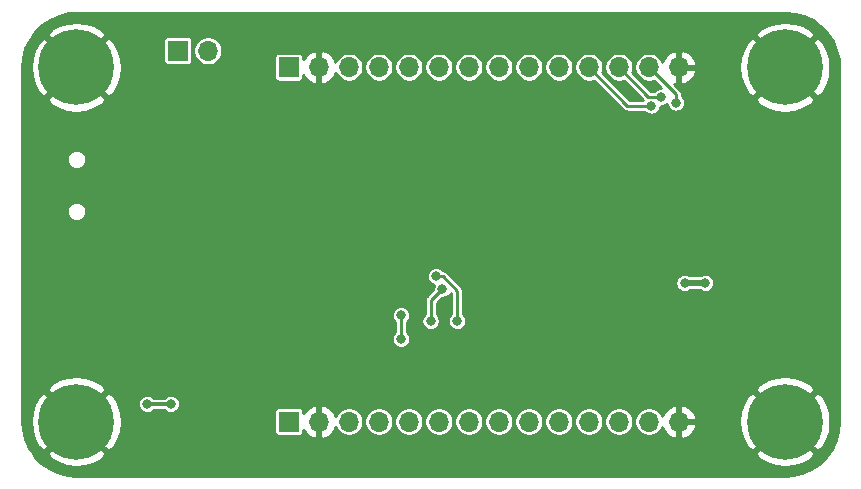
<source format=gbr>
G04 #@! TF.GenerationSoftware,KiCad,Pcbnew,5.1.5*
G04 #@! TF.CreationDate,2020-01-13T20:43:58-05:00*
G04 #@! TF.ProjectId,stm32f0_usb,73746d33-3266-4305-9f75-73622e6b6963,0*
G04 #@! TF.SameCoordinates,Original*
G04 #@! TF.FileFunction,Copper,L2,Bot*
G04 #@! TF.FilePolarity,Positive*
%FSLAX46Y46*%
G04 Gerber Fmt 4.6, Leading zero omitted, Abs format (unit mm)*
G04 Created by KiCad (PCBNEW 5.1.5) date 2020-01-13 20:43:58*
%MOMM*%
%LPD*%
G04 APERTURE LIST*
%ADD10O,1.700000X1.700000*%
%ADD11R,1.700000X1.700000*%
%ADD12C,6.400000*%
%ADD13C,0.800000*%
%ADD14C,0.304800*%
%ADD15C,0.500000*%
%ADD16C,0.254000*%
G04 APERTURE END LIST*
D10*
X116140000Y-103600000D03*
D11*
X113600000Y-103600000D03*
D10*
X156020000Y-105000000D03*
X153480000Y-105000000D03*
X150940000Y-105000000D03*
X148400000Y-105000000D03*
X145860000Y-105000000D03*
X143320000Y-105000000D03*
X140780000Y-105000000D03*
X138240000Y-105000000D03*
X135700000Y-105000000D03*
X133160000Y-105000000D03*
X130620000Y-105000000D03*
X128080000Y-105000000D03*
X125540000Y-105000000D03*
D11*
X123000000Y-105000000D03*
D10*
X156020000Y-135000000D03*
X153480000Y-135000000D03*
X150940000Y-135000000D03*
X148400000Y-135000000D03*
X145860000Y-135000000D03*
X143320000Y-135000000D03*
X140780000Y-135000000D03*
X138240000Y-135000000D03*
X135700000Y-135000000D03*
X133160000Y-135000000D03*
X130620000Y-135000000D03*
X128080000Y-135000000D03*
X125540000Y-135000000D03*
D11*
X123000000Y-135000000D03*
D12*
X105000000Y-135000000D03*
X165000000Y-135000000D03*
X105000000Y-105000000D03*
X165000000Y-105000000D03*
D13*
X115000000Y-116000000D03*
X112000000Y-117000000D03*
X116400000Y-136400000D03*
X116400000Y-128400000D03*
X103250000Y-131250000D03*
X168300000Y-125650000D03*
X160300000Y-125650000D03*
X144312500Y-120787500D03*
X102200000Y-121400000D03*
X107600000Y-121400000D03*
X102200000Y-108800000D03*
X107600000Y-108800000D03*
X149900004Y-115800000D03*
X141900000Y-113600000D03*
X127350000Y-118000000D03*
X129100000Y-118000000D03*
X120100000Y-107900000D03*
X113600000Y-107800000D03*
X118200000Y-106400000D03*
X145600000Y-112400000D03*
X165600000Y-120000000D03*
X164200000Y-117000000D03*
X164200000Y-110100000D03*
X152000000Y-129500000D03*
X111000000Y-133500000D03*
X113000000Y-133500000D03*
X158250000Y-123250000D03*
X156500000Y-123250000D03*
X155750000Y-108000000D03*
X132500000Y-126000000D03*
X132500000Y-128000000D03*
X135000000Y-126500000D03*
X136000000Y-123750000D03*
X137250000Y-126500000D03*
X135440983Y-122694055D03*
X153689738Y-108250000D03*
X154500000Y-107500000D03*
D14*
X113000000Y-133500000D02*
X111000000Y-133500000D01*
D15*
X158250000Y-123250000D02*
X156500000Y-123250000D01*
D16*
X153480000Y-105000000D02*
X155750000Y-107270000D01*
X155750000Y-107270000D02*
X155750000Y-108000000D01*
X132500000Y-126000000D02*
X132500000Y-128000000D01*
X135000000Y-126500000D02*
X135000000Y-124750000D01*
X135000000Y-124750000D02*
X136000000Y-123750000D01*
X137250000Y-123937387D02*
X136006668Y-122694055D01*
X136006668Y-122694055D02*
X135440983Y-122694055D01*
X137250000Y-126500000D02*
X137250000Y-123937387D01*
X148400000Y-105000000D02*
X151650000Y-108250000D01*
X151650000Y-108250000D02*
X153689738Y-108250000D01*
X150940000Y-105000000D02*
X153440000Y-107500000D01*
X153440000Y-107500000D02*
X154500000Y-107500000D01*
G36*
X165813951Y-100476241D02*
G01*
X166602177Y-100691875D01*
X167339756Y-101043682D01*
X168003382Y-101520545D01*
X168572077Y-102107392D01*
X169027858Y-102785667D01*
X169356324Y-103533931D01*
X169547837Y-104331640D01*
X169598000Y-105014735D01*
X169598001Y-134982081D01*
X169523758Y-135813956D01*
X169308125Y-136602179D01*
X168956318Y-137339756D01*
X168479452Y-138003385D01*
X167892608Y-138572077D01*
X167214335Y-139027857D01*
X166466069Y-139356324D01*
X165668359Y-139547837D01*
X164985265Y-139598000D01*
X105017908Y-139598000D01*
X104186044Y-139523758D01*
X103397821Y-139308125D01*
X102660244Y-138956318D01*
X101996615Y-138479452D01*
X101427923Y-137892608D01*
X101299088Y-137700881D01*
X102478724Y-137700881D01*
X102838912Y-138190548D01*
X103502882Y-138550849D01*
X104224385Y-138774694D01*
X104975695Y-138853480D01*
X105727938Y-138784178D01*
X106452208Y-138569452D01*
X107120670Y-138217555D01*
X107161088Y-138190548D01*
X107521276Y-137700881D01*
X162478724Y-137700881D01*
X162838912Y-138190548D01*
X163502882Y-138550849D01*
X164224385Y-138774694D01*
X164975695Y-138853480D01*
X165727938Y-138784178D01*
X166452208Y-138569452D01*
X167120670Y-138217555D01*
X167161088Y-138190548D01*
X167521276Y-137700881D01*
X165000000Y-135179605D01*
X162478724Y-137700881D01*
X107521276Y-137700881D01*
X105000000Y-135179605D01*
X102478724Y-137700881D01*
X101299088Y-137700881D01*
X100972143Y-137214335D01*
X100643676Y-136466069D01*
X100452163Y-135668359D01*
X100402000Y-134985265D01*
X100402000Y-134975695D01*
X101146520Y-134975695D01*
X101215822Y-135727938D01*
X101430548Y-136452208D01*
X101782445Y-137120670D01*
X101809452Y-137161088D01*
X102299119Y-137521276D01*
X104820395Y-135000000D01*
X105179605Y-135000000D01*
X107700881Y-137521276D01*
X108190548Y-137161088D01*
X108550849Y-136497118D01*
X108774694Y-135775615D01*
X108853480Y-135024305D01*
X108784178Y-134272062D01*
X108569452Y-133547792D01*
X108504007Y-133423472D01*
X110223000Y-133423472D01*
X110223000Y-133576528D01*
X110252859Y-133726643D01*
X110311431Y-133868048D01*
X110396464Y-133995309D01*
X110504691Y-134103536D01*
X110631952Y-134188569D01*
X110773357Y-134247141D01*
X110923472Y-134277000D01*
X111076528Y-134277000D01*
X111226643Y-134247141D01*
X111368048Y-134188569D01*
X111495309Y-134103536D01*
X111569445Y-134029400D01*
X112430555Y-134029400D01*
X112504691Y-134103536D01*
X112631952Y-134188569D01*
X112773357Y-134247141D01*
X112923472Y-134277000D01*
X113076528Y-134277000D01*
X113226643Y-134247141D01*
X113368048Y-134188569D01*
X113425770Y-134150000D01*
X121771176Y-134150000D01*
X121771176Y-135850000D01*
X121778455Y-135923905D01*
X121800012Y-135994970D01*
X121835019Y-136060463D01*
X121882131Y-136117869D01*
X121939537Y-136164981D01*
X122005030Y-136199988D01*
X122076095Y-136221545D01*
X122150000Y-136228824D01*
X123850000Y-136228824D01*
X123923905Y-136221545D01*
X123994970Y-136199988D01*
X124060463Y-136164981D01*
X124117869Y-136117869D01*
X124164981Y-136060463D01*
X124199988Y-135994970D01*
X124221545Y-135923905D01*
X124228824Y-135850000D01*
X124228824Y-135686620D01*
X124344822Y-135881355D01*
X124539731Y-136097588D01*
X124773080Y-136271641D01*
X125035901Y-136396825D01*
X125183110Y-136441476D01*
X125413000Y-136320155D01*
X125413000Y-135127000D01*
X125393000Y-135127000D01*
X125393000Y-134873000D01*
X125413000Y-134873000D01*
X125413000Y-133679845D01*
X125667000Y-133679845D01*
X125667000Y-134873000D01*
X125687000Y-134873000D01*
X125687000Y-135127000D01*
X125667000Y-135127000D01*
X125667000Y-136320155D01*
X125896890Y-136441476D01*
X126044099Y-136396825D01*
X126306920Y-136271641D01*
X126540269Y-136097588D01*
X126735178Y-135881355D01*
X126884157Y-135631252D01*
X126943769Y-135463202D01*
X126992647Y-135581202D01*
X127126927Y-135782167D01*
X127297833Y-135953073D01*
X127498798Y-136087353D01*
X127722097Y-136179847D01*
X127959151Y-136227000D01*
X128200849Y-136227000D01*
X128437903Y-136179847D01*
X128661202Y-136087353D01*
X128862167Y-135953073D01*
X129033073Y-135782167D01*
X129167353Y-135581202D01*
X129259847Y-135357903D01*
X129307000Y-135120849D01*
X129307000Y-134879151D01*
X129393000Y-134879151D01*
X129393000Y-135120849D01*
X129440153Y-135357903D01*
X129532647Y-135581202D01*
X129666927Y-135782167D01*
X129837833Y-135953073D01*
X130038798Y-136087353D01*
X130262097Y-136179847D01*
X130499151Y-136227000D01*
X130740849Y-136227000D01*
X130977903Y-136179847D01*
X131201202Y-136087353D01*
X131402167Y-135953073D01*
X131573073Y-135782167D01*
X131707353Y-135581202D01*
X131799847Y-135357903D01*
X131847000Y-135120849D01*
X131847000Y-134879151D01*
X131933000Y-134879151D01*
X131933000Y-135120849D01*
X131980153Y-135357903D01*
X132072647Y-135581202D01*
X132206927Y-135782167D01*
X132377833Y-135953073D01*
X132578798Y-136087353D01*
X132802097Y-136179847D01*
X133039151Y-136227000D01*
X133280849Y-136227000D01*
X133517903Y-136179847D01*
X133741202Y-136087353D01*
X133942167Y-135953073D01*
X134113073Y-135782167D01*
X134247353Y-135581202D01*
X134339847Y-135357903D01*
X134387000Y-135120849D01*
X134387000Y-134879151D01*
X134473000Y-134879151D01*
X134473000Y-135120849D01*
X134520153Y-135357903D01*
X134612647Y-135581202D01*
X134746927Y-135782167D01*
X134917833Y-135953073D01*
X135118798Y-136087353D01*
X135342097Y-136179847D01*
X135579151Y-136227000D01*
X135820849Y-136227000D01*
X136057903Y-136179847D01*
X136281202Y-136087353D01*
X136482167Y-135953073D01*
X136653073Y-135782167D01*
X136787353Y-135581202D01*
X136879847Y-135357903D01*
X136927000Y-135120849D01*
X136927000Y-134879151D01*
X137013000Y-134879151D01*
X137013000Y-135120849D01*
X137060153Y-135357903D01*
X137152647Y-135581202D01*
X137286927Y-135782167D01*
X137457833Y-135953073D01*
X137658798Y-136087353D01*
X137882097Y-136179847D01*
X138119151Y-136227000D01*
X138360849Y-136227000D01*
X138597903Y-136179847D01*
X138821202Y-136087353D01*
X139022167Y-135953073D01*
X139193073Y-135782167D01*
X139327353Y-135581202D01*
X139419847Y-135357903D01*
X139467000Y-135120849D01*
X139467000Y-134879151D01*
X139553000Y-134879151D01*
X139553000Y-135120849D01*
X139600153Y-135357903D01*
X139692647Y-135581202D01*
X139826927Y-135782167D01*
X139997833Y-135953073D01*
X140198798Y-136087353D01*
X140422097Y-136179847D01*
X140659151Y-136227000D01*
X140900849Y-136227000D01*
X141137903Y-136179847D01*
X141361202Y-136087353D01*
X141562167Y-135953073D01*
X141733073Y-135782167D01*
X141867353Y-135581202D01*
X141959847Y-135357903D01*
X142007000Y-135120849D01*
X142007000Y-134879151D01*
X142093000Y-134879151D01*
X142093000Y-135120849D01*
X142140153Y-135357903D01*
X142232647Y-135581202D01*
X142366927Y-135782167D01*
X142537833Y-135953073D01*
X142738798Y-136087353D01*
X142962097Y-136179847D01*
X143199151Y-136227000D01*
X143440849Y-136227000D01*
X143677903Y-136179847D01*
X143901202Y-136087353D01*
X144102167Y-135953073D01*
X144273073Y-135782167D01*
X144407353Y-135581202D01*
X144499847Y-135357903D01*
X144547000Y-135120849D01*
X144547000Y-134879151D01*
X144633000Y-134879151D01*
X144633000Y-135120849D01*
X144680153Y-135357903D01*
X144772647Y-135581202D01*
X144906927Y-135782167D01*
X145077833Y-135953073D01*
X145278798Y-136087353D01*
X145502097Y-136179847D01*
X145739151Y-136227000D01*
X145980849Y-136227000D01*
X146217903Y-136179847D01*
X146441202Y-136087353D01*
X146642167Y-135953073D01*
X146813073Y-135782167D01*
X146947353Y-135581202D01*
X147039847Y-135357903D01*
X147087000Y-135120849D01*
X147087000Y-134879151D01*
X147173000Y-134879151D01*
X147173000Y-135120849D01*
X147220153Y-135357903D01*
X147312647Y-135581202D01*
X147446927Y-135782167D01*
X147617833Y-135953073D01*
X147818798Y-136087353D01*
X148042097Y-136179847D01*
X148279151Y-136227000D01*
X148520849Y-136227000D01*
X148757903Y-136179847D01*
X148981202Y-136087353D01*
X149182167Y-135953073D01*
X149353073Y-135782167D01*
X149487353Y-135581202D01*
X149579847Y-135357903D01*
X149627000Y-135120849D01*
X149627000Y-134879151D01*
X149713000Y-134879151D01*
X149713000Y-135120849D01*
X149760153Y-135357903D01*
X149852647Y-135581202D01*
X149986927Y-135782167D01*
X150157833Y-135953073D01*
X150358798Y-136087353D01*
X150582097Y-136179847D01*
X150819151Y-136227000D01*
X151060849Y-136227000D01*
X151297903Y-136179847D01*
X151521202Y-136087353D01*
X151722167Y-135953073D01*
X151893073Y-135782167D01*
X152027353Y-135581202D01*
X152119847Y-135357903D01*
X152167000Y-135120849D01*
X152167000Y-134879151D01*
X152253000Y-134879151D01*
X152253000Y-135120849D01*
X152300153Y-135357903D01*
X152392647Y-135581202D01*
X152526927Y-135782167D01*
X152697833Y-135953073D01*
X152898798Y-136087353D01*
X153122097Y-136179847D01*
X153359151Y-136227000D01*
X153600849Y-136227000D01*
X153837903Y-136179847D01*
X154061202Y-136087353D01*
X154262167Y-135953073D01*
X154433073Y-135782167D01*
X154567353Y-135581202D01*
X154616231Y-135463202D01*
X154675843Y-135631252D01*
X154824822Y-135881355D01*
X155019731Y-136097588D01*
X155253080Y-136271641D01*
X155515901Y-136396825D01*
X155663110Y-136441476D01*
X155893000Y-136320155D01*
X155893000Y-135127000D01*
X156147000Y-135127000D01*
X156147000Y-136320155D01*
X156376890Y-136441476D01*
X156524099Y-136396825D01*
X156786920Y-136271641D01*
X157020269Y-136097588D01*
X157215178Y-135881355D01*
X157364157Y-135631252D01*
X157461481Y-135356891D01*
X157340814Y-135127000D01*
X156147000Y-135127000D01*
X155893000Y-135127000D01*
X155873000Y-135127000D01*
X155873000Y-134975695D01*
X161146520Y-134975695D01*
X161215822Y-135727938D01*
X161430548Y-136452208D01*
X161782445Y-137120670D01*
X161809452Y-137161088D01*
X162299119Y-137521276D01*
X164820395Y-135000000D01*
X165179605Y-135000000D01*
X167700881Y-137521276D01*
X168190548Y-137161088D01*
X168550849Y-136497118D01*
X168774694Y-135775615D01*
X168853480Y-135024305D01*
X168784178Y-134272062D01*
X168569452Y-133547792D01*
X168217555Y-132879330D01*
X168190548Y-132838912D01*
X167700881Y-132478724D01*
X165179605Y-135000000D01*
X164820395Y-135000000D01*
X162299119Y-132478724D01*
X161809452Y-132838912D01*
X161449151Y-133502882D01*
X161225306Y-134224385D01*
X161146520Y-134975695D01*
X155873000Y-134975695D01*
X155873000Y-134873000D01*
X155893000Y-134873000D01*
X155893000Y-133679845D01*
X156147000Y-133679845D01*
X156147000Y-134873000D01*
X157340814Y-134873000D01*
X157461481Y-134643109D01*
X157364157Y-134368748D01*
X157215178Y-134118645D01*
X157020269Y-133902412D01*
X156786920Y-133728359D01*
X156524099Y-133603175D01*
X156376890Y-133558524D01*
X156147000Y-133679845D01*
X155893000Y-133679845D01*
X155663110Y-133558524D01*
X155515901Y-133603175D01*
X155253080Y-133728359D01*
X155019731Y-133902412D01*
X154824822Y-134118645D01*
X154675843Y-134368748D01*
X154616231Y-134536798D01*
X154567353Y-134418798D01*
X154433073Y-134217833D01*
X154262167Y-134046927D01*
X154061202Y-133912647D01*
X153837903Y-133820153D01*
X153600849Y-133773000D01*
X153359151Y-133773000D01*
X153122097Y-133820153D01*
X152898798Y-133912647D01*
X152697833Y-134046927D01*
X152526927Y-134217833D01*
X152392647Y-134418798D01*
X152300153Y-134642097D01*
X152253000Y-134879151D01*
X152167000Y-134879151D01*
X152119847Y-134642097D01*
X152027353Y-134418798D01*
X151893073Y-134217833D01*
X151722167Y-134046927D01*
X151521202Y-133912647D01*
X151297903Y-133820153D01*
X151060849Y-133773000D01*
X150819151Y-133773000D01*
X150582097Y-133820153D01*
X150358798Y-133912647D01*
X150157833Y-134046927D01*
X149986927Y-134217833D01*
X149852647Y-134418798D01*
X149760153Y-134642097D01*
X149713000Y-134879151D01*
X149627000Y-134879151D01*
X149579847Y-134642097D01*
X149487353Y-134418798D01*
X149353073Y-134217833D01*
X149182167Y-134046927D01*
X148981202Y-133912647D01*
X148757903Y-133820153D01*
X148520849Y-133773000D01*
X148279151Y-133773000D01*
X148042097Y-133820153D01*
X147818798Y-133912647D01*
X147617833Y-134046927D01*
X147446927Y-134217833D01*
X147312647Y-134418798D01*
X147220153Y-134642097D01*
X147173000Y-134879151D01*
X147087000Y-134879151D01*
X147039847Y-134642097D01*
X146947353Y-134418798D01*
X146813073Y-134217833D01*
X146642167Y-134046927D01*
X146441202Y-133912647D01*
X146217903Y-133820153D01*
X145980849Y-133773000D01*
X145739151Y-133773000D01*
X145502097Y-133820153D01*
X145278798Y-133912647D01*
X145077833Y-134046927D01*
X144906927Y-134217833D01*
X144772647Y-134418798D01*
X144680153Y-134642097D01*
X144633000Y-134879151D01*
X144547000Y-134879151D01*
X144499847Y-134642097D01*
X144407353Y-134418798D01*
X144273073Y-134217833D01*
X144102167Y-134046927D01*
X143901202Y-133912647D01*
X143677903Y-133820153D01*
X143440849Y-133773000D01*
X143199151Y-133773000D01*
X142962097Y-133820153D01*
X142738798Y-133912647D01*
X142537833Y-134046927D01*
X142366927Y-134217833D01*
X142232647Y-134418798D01*
X142140153Y-134642097D01*
X142093000Y-134879151D01*
X142007000Y-134879151D01*
X141959847Y-134642097D01*
X141867353Y-134418798D01*
X141733073Y-134217833D01*
X141562167Y-134046927D01*
X141361202Y-133912647D01*
X141137903Y-133820153D01*
X140900849Y-133773000D01*
X140659151Y-133773000D01*
X140422097Y-133820153D01*
X140198798Y-133912647D01*
X139997833Y-134046927D01*
X139826927Y-134217833D01*
X139692647Y-134418798D01*
X139600153Y-134642097D01*
X139553000Y-134879151D01*
X139467000Y-134879151D01*
X139419847Y-134642097D01*
X139327353Y-134418798D01*
X139193073Y-134217833D01*
X139022167Y-134046927D01*
X138821202Y-133912647D01*
X138597903Y-133820153D01*
X138360849Y-133773000D01*
X138119151Y-133773000D01*
X137882097Y-133820153D01*
X137658798Y-133912647D01*
X137457833Y-134046927D01*
X137286927Y-134217833D01*
X137152647Y-134418798D01*
X137060153Y-134642097D01*
X137013000Y-134879151D01*
X136927000Y-134879151D01*
X136879847Y-134642097D01*
X136787353Y-134418798D01*
X136653073Y-134217833D01*
X136482167Y-134046927D01*
X136281202Y-133912647D01*
X136057903Y-133820153D01*
X135820849Y-133773000D01*
X135579151Y-133773000D01*
X135342097Y-133820153D01*
X135118798Y-133912647D01*
X134917833Y-134046927D01*
X134746927Y-134217833D01*
X134612647Y-134418798D01*
X134520153Y-134642097D01*
X134473000Y-134879151D01*
X134387000Y-134879151D01*
X134339847Y-134642097D01*
X134247353Y-134418798D01*
X134113073Y-134217833D01*
X133942167Y-134046927D01*
X133741202Y-133912647D01*
X133517903Y-133820153D01*
X133280849Y-133773000D01*
X133039151Y-133773000D01*
X132802097Y-133820153D01*
X132578798Y-133912647D01*
X132377833Y-134046927D01*
X132206927Y-134217833D01*
X132072647Y-134418798D01*
X131980153Y-134642097D01*
X131933000Y-134879151D01*
X131847000Y-134879151D01*
X131799847Y-134642097D01*
X131707353Y-134418798D01*
X131573073Y-134217833D01*
X131402167Y-134046927D01*
X131201202Y-133912647D01*
X130977903Y-133820153D01*
X130740849Y-133773000D01*
X130499151Y-133773000D01*
X130262097Y-133820153D01*
X130038798Y-133912647D01*
X129837833Y-134046927D01*
X129666927Y-134217833D01*
X129532647Y-134418798D01*
X129440153Y-134642097D01*
X129393000Y-134879151D01*
X129307000Y-134879151D01*
X129259847Y-134642097D01*
X129167353Y-134418798D01*
X129033073Y-134217833D01*
X128862167Y-134046927D01*
X128661202Y-133912647D01*
X128437903Y-133820153D01*
X128200849Y-133773000D01*
X127959151Y-133773000D01*
X127722097Y-133820153D01*
X127498798Y-133912647D01*
X127297833Y-134046927D01*
X127126927Y-134217833D01*
X126992647Y-134418798D01*
X126943769Y-134536798D01*
X126884157Y-134368748D01*
X126735178Y-134118645D01*
X126540269Y-133902412D01*
X126306920Y-133728359D01*
X126044099Y-133603175D01*
X125896890Y-133558524D01*
X125667000Y-133679845D01*
X125413000Y-133679845D01*
X125183110Y-133558524D01*
X125035901Y-133603175D01*
X124773080Y-133728359D01*
X124539731Y-133902412D01*
X124344822Y-134118645D01*
X124228824Y-134313380D01*
X124228824Y-134150000D01*
X124221545Y-134076095D01*
X124199988Y-134005030D01*
X124164981Y-133939537D01*
X124117869Y-133882131D01*
X124060463Y-133835019D01*
X123994970Y-133800012D01*
X123923905Y-133778455D01*
X123850000Y-133771176D01*
X122150000Y-133771176D01*
X122076095Y-133778455D01*
X122005030Y-133800012D01*
X121939537Y-133835019D01*
X121882131Y-133882131D01*
X121835019Y-133939537D01*
X121800012Y-134005030D01*
X121778455Y-134076095D01*
X121771176Y-134150000D01*
X113425770Y-134150000D01*
X113495309Y-134103536D01*
X113603536Y-133995309D01*
X113688569Y-133868048D01*
X113747141Y-133726643D01*
X113777000Y-133576528D01*
X113777000Y-133423472D01*
X113747141Y-133273357D01*
X113688569Y-133131952D01*
X113603536Y-133004691D01*
X113495309Y-132896464D01*
X113368048Y-132811431D01*
X113226643Y-132752859D01*
X113076528Y-132723000D01*
X112923472Y-132723000D01*
X112773357Y-132752859D01*
X112631952Y-132811431D01*
X112504691Y-132896464D01*
X112430555Y-132970600D01*
X111569445Y-132970600D01*
X111495309Y-132896464D01*
X111368048Y-132811431D01*
X111226643Y-132752859D01*
X111076528Y-132723000D01*
X110923472Y-132723000D01*
X110773357Y-132752859D01*
X110631952Y-132811431D01*
X110504691Y-132896464D01*
X110396464Y-133004691D01*
X110311431Y-133131952D01*
X110252859Y-133273357D01*
X110223000Y-133423472D01*
X108504007Y-133423472D01*
X108217555Y-132879330D01*
X108190548Y-132838912D01*
X107700881Y-132478724D01*
X105179605Y-135000000D01*
X104820395Y-135000000D01*
X102299119Y-132478724D01*
X101809452Y-132838912D01*
X101449151Y-133502882D01*
X101225306Y-134224385D01*
X101146520Y-134975695D01*
X100402000Y-134975695D01*
X100402000Y-132299119D01*
X102478724Y-132299119D01*
X105000000Y-134820395D01*
X107521276Y-132299119D01*
X162478724Y-132299119D01*
X165000000Y-134820395D01*
X167521276Y-132299119D01*
X167161088Y-131809452D01*
X166497118Y-131449151D01*
X165775615Y-131225306D01*
X165024305Y-131146520D01*
X164272062Y-131215822D01*
X163547792Y-131430548D01*
X162879330Y-131782445D01*
X162838912Y-131809452D01*
X162478724Y-132299119D01*
X107521276Y-132299119D01*
X107161088Y-131809452D01*
X106497118Y-131449151D01*
X105775615Y-131225306D01*
X105024305Y-131146520D01*
X104272062Y-131215822D01*
X103547792Y-131430548D01*
X102879330Y-131782445D01*
X102838912Y-131809452D01*
X102478724Y-132299119D01*
X100402000Y-132299119D01*
X100402000Y-125923472D01*
X131723000Y-125923472D01*
X131723000Y-126076528D01*
X131752859Y-126226643D01*
X131811431Y-126368048D01*
X131896464Y-126495309D01*
X131996000Y-126594845D01*
X131996001Y-127405154D01*
X131896464Y-127504691D01*
X131811431Y-127631952D01*
X131752859Y-127773357D01*
X131723000Y-127923472D01*
X131723000Y-128076528D01*
X131752859Y-128226643D01*
X131811431Y-128368048D01*
X131896464Y-128495309D01*
X132004691Y-128603536D01*
X132131952Y-128688569D01*
X132273357Y-128747141D01*
X132423472Y-128777000D01*
X132576528Y-128777000D01*
X132726643Y-128747141D01*
X132868048Y-128688569D01*
X132995309Y-128603536D01*
X133103536Y-128495309D01*
X133188569Y-128368048D01*
X133247141Y-128226643D01*
X133277000Y-128076528D01*
X133277000Y-127923472D01*
X133247141Y-127773357D01*
X133188569Y-127631952D01*
X133103536Y-127504691D01*
X133004000Y-127405155D01*
X133004000Y-126594845D01*
X133103536Y-126495309D01*
X133151535Y-126423472D01*
X134223000Y-126423472D01*
X134223000Y-126576528D01*
X134252859Y-126726643D01*
X134311431Y-126868048D01*
X134396464Y-126995309D01*
X134504691Y-127103536D01*
X134631952Y-127188569D01*
X134773357Y-127247141D01*
X134923472Y-127277000D01*
X135076528Y-127277000D01*
X135226643Y-127247141D01*
X135368048Y-127188569D01*
X135495309Y-127103536D01*
X135603536Y-126995309D01*
X135688569Y-126868048D01*
X135747141Y-126726643D01*
X135777000Y-126576528D01*
X135777000Y-126423472D01*
X135747141Y-126273357D01*
X135688569Y-126131952D01*
X135603536Y-126004691D01*
X135504000Y-125905155D01*
X135504000Y-124958763D01*
X135935763Y-124527000D01*
X136076528Y-124527000D01*
X136226643Y-124497141D01*
X136368048Y-124438569D01*
X136495309Y-124353536D01*
X136603536Y-124245309D01*
X136688569Y-124118048D01*
X136697159Y-124097310D01*
X136746001Y-124146152D01*
X136746000Y-125905155D01*
X136646464Y-126004691D01*
X136561431Y-126131952D01*
X136502859Y-126273357D01*
X136473000Y-126423472D01*
X136473000Y-126576528D01*
X136502859Y-126726643D01*
X136561431Y-126868048D01*
X136646464Y-126995309D01*
X136754691Y-127103536D01*
X136881952Y-127188569D01*
X137023357Y-127247141D01*
X137173472Y-127277000D01*
X137326528Y-127277000D01*
X137476643Y-127247141D01*
X137618048Y-127188569D01*
X137745309Y-127103536D01*
X137853536Y-126995309D01*
X137938569Y-126868048D01*
X137997141Y-126726643D01*
X138027000Y-126576528D01*
X138027000Y-126423472D01*
X137997141Y-126273357D01*
X137938569Y-126131952D01*
X137853536Y-126004691D01*
X137754000Y-125905155D01*
X137754000Y-123962141D01*
X137756438Y-123937387D01*
X137746707Y-123838585D01*
X137737965Y-123809766D01*
X137717888Y-123743582D01*
X137671088Y-123656025D01*
X137608106Y-123579281D01*
X137588878Y-123563501D01*
X137198849Y-123173472D01*
X155723000Y-123173472D01*
X155723000Y-123326528D01*
X155752859Y-123476643D01*
X155811431Y-123618048D01*
X155896464Y-123745309D01*
X156004691Y-123853536D01*
X156131952Y-123938569D01*
X156273357Y-123997141D01*
X156423472Y-124027000D01*
X156576528Y-124027000D01*
X156726643Y-123997141D01*
X156868048Y-123938569D01*
X156960193Y-123877000D01*
X157789807Y-123877000D01*
X157881952Y-123938569D01*
X158023357Y-123997141D01*
X158173472Y-124027000D01*
X158326528Y-124027000D01*
X158476643Y-123997141D01*
X158618048Y-123938569D01*
X158745309Y-123853536D01*
X158853536Y-123745309D01*
X158938569Y-123618048D01*
X158997141Y-123476643D01*
X159027000Y-123326528D01*
X159027000Y-123173472D01*
X158997141Y-123023357D01*
X158938569Y-122881952D01*
X158853536Y-122754691D01*
X158745309Y-122646464D01*
X158618048Y-122561431D01*
X158476643Y-122502859D01*
X158326528Y-122473000D01*
X158173472Y-122473000D01*
X158023357Y-122502859D01*
X157881952Y-122561431D01*
X157789807Y-122623000D01*
X156960193Y-122623000D01*
X156868048Y-122561431D01*
X156726643Y-122502859D01*
X156576528Y-122473000D01*
X156423472Y-122473000D01*
X156273357Y-122502859D01*
X156131952Y-122561431D01*
X156004691Y-122646464D01*
X155896464Y-122754691D01*
X155811431Y-122881952D01*
X155752859Y-123023357D01*
X155723000Y-123173472D01*
X137198849Y-123173472D01*
X136380558Y-122355182D01*
X136364774Y-122335949D01*
X136288030Y-122272967D01*
X136200473Y-122226167D01*
X136105469Y-122197348D01*
X136036309Y-122190536D01*
X135936292Y-122090519D01*
X135809031Y-122005486D01*
X135667626Y-121946914D01*
X135517511Y-121917055D01*
X135364455Y-121917055D01*
X135214340Y-121946914D01*
X135072935Y-122005486D01*
X134945674Y-122090519D01*
X134837447Y-122198746D01*
X134752414Y-122326007D01*
X134693842Y-122467412D01*
X134663983Y-122617527D01*
X134663983Y-122770583D01*
X134693842Y-122920698D01*
X134752414Y-123062103D01*
X134837447Y-123189364D01*
X134945674Y-123297591D01*
X135072935Y-123382624D01*
X135214340Y-123441196D01*
X135281369Y-123454529D01*
X135252859Y-123523357D01*
X135223000Y-123673472D01*
X135223000Y-123814237D01*
X134661123Y-124376114D01*
X134641895Y-124391894D01*
X134626115Y-124411122D01*
X134578913Y-124468638D01*
X134532113Y-124556195D01*
X134503293Y-124651199D01*
X134493562Y-124750000D01*
X134496001Y-124774763D01*
X134496000Y-125905155D01*
X134396464Y-126004691D01*
X134311431Y-126131952D01*
X134252859Y-126273357D01*
X134223000Y-126423472D01*
X133151535Y-126423472D01*
X133188569Y-126368048D01*
X133247141Y-126226643D01*
X133277000Y-126076528D01*
X133277000Y-125923472D01*
X133247141Y-125773357D01*
X133188569Y-125631952D01*
X133103536Y-125504691D01*
X132995309Y-125396464D01*
X132868048Y-125311431D01*
X132726643Y-125252859D01*
X132576528Y-125223000D01*
X132423472Y-125223000D01*
X132273357Y-125252859D01*
X132131952Y-125311431D01*
X132004691Y-125396464D01*
X131896464Y-125504691D01*
X131811431Y-125631952D01*
X131752859Y-125773357D01*
X131723000Y-125923472D01*
X100402000Y-125923472D01*
X100402000Y-117118548D01*
X104173000Y-117118548D01*
X104173000Y-117281452D01*
X104204782Y-117441227D01*
X104267123Y-117591731D01*
X104357628Y-117727181D01*
X104472819Y-117842372D01*
X104608269Y-117932877D01*
X104758773Y-117995218D01*
X104918548Y-118027000D01*
X105081452Y-118027000D01*
X105241227Y-117995218D01*
X105391731Y-117932877D01*
X105527181Y-117842372D01*
X105642372Y-117727181D01*
X105732877Y-117591731D01*
X105795218Y-117441227D01*
X105827000Y-117281452D01*
X105827000Y-117118548D01*
X105795218Y-116958773D01*
X105732877Y-116808269D01*
X105642372Y-116672819D01*
X105527181Y-116557628D01*
X105391731Y-116467123D01*
X105241227Y-116404782D01*
X105081452Y-116373000D01*
X104918548Y-116373000D01*
X104758773Y-116404782D01*
X104608269Y-116467123D01*
X104472819Y-116557628D01*
X104357628Y-116672819D01*
X104267123Y-116808269D01*
X104204782Y-116958773D01*
X104173000Y-117118548D01*
X100402000Y-117118548D01*
X100402000Y-112718548D01*
X104173000Y-112718548D01*
X104173000Y-112881452D01*
X104204782Y-113041227D01*
X104267123Y-113191731D01*
X104357628Y-113327181D01*
X104472819Y-113442372D01*
X104608269Y-113532877D01*
X104758773Y-113595218D01*
X104918548Y-113627000D01*
X105081452Y-113627000D01*
X105241227Y-113595218D01*
X105391731Y-113532877D01*
X105527181Y-113442372D01*
X105642372Y-113327181D01*
X105732877Y-113191731D01*
X105795218Y-113041227D01*
X105827000Y-112881452D01*
X105827000Y-112718548D01*
X105795218Y-112558773D01*
X105732877Y-112408269D01*
X105642372Y-112272819D01*
X105527181Y-112157628D01*
X105391731Y-112067123D01*
X105241227Y-112004782D01*
X105081452Y-111973000D01*
X104918548Y-111973000D01*
X104758773Y-112004782D01*
X104608269Y-112067123D01*
X104472819Y-112157628D01*
X104357628Y-112272819D01*
X104267123Y-112408269D01*
X104204782Y-112558773D01*
X104173000Y-112718548D01*
X100402000Y-112718548D01*
X100402000Y-107700881D01*
X102478724Y-107700881D01*
X102838912Y-108190548D01*
X103502882Y-108550849D01*
X104224385Y-108774694D01*
X104975695Y-108853480D01*
X105727938Y-108784178D01*
X106452208Y-108569452D01*
X107120670Y-108217555D01*
X107161088Y-108190548D01*
X107521276Y-107700881D01*
X105000000Y-105179605D01*
X102478724Y-107700881D01*
X100402000Y-107700881D01*
X100402000Y-105017909D01*
X100405767Y-104975695D01*
X101146520Y-104975695D01*
X101215822Y-105727938D01*
X101430548Y-106452208D01*
X101782445Y-107120670D01*
X101809452Y-107161088D01*
X102299119Y-107521276D01*
X104820395Y-105000000D01*
X105179605Y-105000000D01*
X107700881Y-107521276D01*
X108190548Y-107161088D01*
X108550849Y-106497118D01*
X108774694Y-105775615D01*
X108853480Y-105024305D01*
X108784178Y-104272062D01*
X108569452Y-103547792D01*
X108217555Y-102879330D01*
X108190548Y-102838912D01*
X108069675Y-102750000D01*
X112371176Y-102750000D01*
X112371176Y-104450000D01*
X112378455Y-104523905D01*
X112400012Y-104594970D01*
X112435019Y-104660463D01*
X112482131Y-104717869D01*
X112539537Y-104764981D01*
X112605030Y-104799988D01*
X112676095Y-104821545D01*
X112750000Y-104828824D01*
X114450000Y-104828824D01*
X114523905Y-104821545D01*
X114594970Y-104799988D01*
X114660463Y-104764981D01*
X114717869Y-104717869D01*
X114764981Y-104660463D01*
X114799988Y-104594970D01*
X114821545Y-104523905D01*
X114828824Y-104450000D01*
X114828824Y-103479151D01*
X114913000Y-103479151D01*
X114913000Y-103720849D01*
X114960153Y-103957903D01*
X115052647Y-104181202D01*
X115186927Y-104382167D01*
X115357833Y-104553073D01*
X115558798Y-104687353D01*
X115782097Y-104779847D01*
X116019151Y-104827000D01*
X116260849Y-104827000D01*
X116497903Y-104779847D01*
X116721202Y-104687353D01*
X116922167Y-104553073D01*
X117093073Y-104382167D01*
X117227353Y-104181202D01*
X117240277Y-104150000D01*
X121771176Y-104150000D01*
X121771176Y-105850000D01*
X121778455Y-105923905D01*
X121800012Y-105994970D01*
X121835019Y-106060463D01*
X121882131Y-106117869D01*
X121939537Y-106164981D01*
X122005030Y-106199988D01*
X122076095Y-106221545D01*
X122150000Y-106228824D01*
X123850000Y-106228824D01*
X123923905Y-106221545D01*
X123994970Y-106199988D01*
X124060463Y-106164981D01*
X124117869Y-106117869D01*
X124164981Y-106060463D01*
X124199988Y-105994970D01*
X124221545Y-105923905D01*
X124228824Y-105850000D01*
X124228824Y-105686620D01*
X124344822Y-105881355D01*
X124539731Y-106097588D01*
X124773080Y-106271641D01*
X125035901Y-106396825D01*
X125183110Y-106441476D01*
X125413000Y-106320155D01*
X125413000Y-105127000D01*
X125393000Y-105127000D01*
X125393000Y-104873000D01*
X125413000Y-104873000D01*
X125413000Y-103679845D01*
X125667000Y-103679845D01*
X125667000Y-104873000D01*
X125687000Y-104873000D01*
X125687000Y-105127000D01*
X125667000Y-105127000D01*
X125667000Y-106320155D01*
X125896890Y-106441476D01*
X126044099Y-106396825D01*
X126306920Y-106271641D01*
X126540269Y-106097588D01*
X126735178Y-105881355D01*
X126884157Y-105631252D01*
X126943769Y-105463202D01*
X126992647Y-105581202D01*
X127126927Y-105782167D01*
X127297833Y-105953073D01*
X127498798Y-106087353D01*
X127722097Y-106179847D01*
X127959151Y-106227000D01*
X128200849Y-106227000D01*
X128437903Y-106179847D01*
X128661202Y-106087353D01*
X128862167Y-105953073D01*
X129033073Y-105782167D01*
X129167353Y-105581202D01*
X129259847Y-105357903D01*
X129307000Y-105120849D01*
X129307000Y-104879151D01*
X129393000Y-104879151D01*
X129393000Y-105120849D01*
X129440153Y-105357903D01*
X129532647Y-105581202D01*
X129666927Y-105782167D01*
X129837833Y-105953073D01*
X130038798Y-106087353D01*
X130262097Y-106179847D01*
X130499151Y-106227000D01*
X130740849Y-106227000D01*
X130977903Y-106179847D01*
X131201202Y-106087353D01*
X131402167Y-105953073D01*
X131573073Y-105782167D01*
X131707353Y-105581202D01*
X131799847Y-105357903D01*
X131847000Y-105120849D01*
X131847000Y-104879151D01*
X131933000Y-104879151D01*
X131933000Y-105120849D01*
X131980153Y-105357903D01*
X132072647Y-105581202D01*
X132206927Y-105782167D01*
X132377833Y-105953073D01*
X132578798Y-106087353D01*
X132802097Y-106179847D01*
X133039151Y-106227000D01*
X133280849Y-106227000D01*
X133517903Y-106179847D01*
X133741202Y-106087353D01*
X133942167Y-105953073D01*
X134113073Y-105782167D01*
X134247353Y-105581202D01*
X134339847Y-105357903D01*
X134387000Y-105120849D01*
X134387000Y-104879151D01*
X134473000Y-104879151D01*
X134473000Y-105120849D01*
X134520153Y-105357903D01*
X134612647Y-105581202D01*
X134746927Y-105782167D01*
X134917833Y-105953073D01*
X135118798Y-106087353D01*
X135342097Y-106179847D01*
X135579151Y-106227000D01*
X135820849Y-106227000D01*
X136057903Y-106179847D01*
X136281202Y-106087353D01*
X136482167Y-105953073D01*
X136653073Y-105782167D01*
X136787353Y-105581202D01*
X136879847Y-105357903D01*
X136927000Y-105120849D01*
X136927000Y-104879151D01*
X137013000Y-104879151D01*
X137013000Y-105120849D01*
X137060153Y-105357903D01*
X137152647Y-105581202D01*
X137286927Y-105782167D01*
X137457833Y-105953073D01*
X137658798Y-106087353D01*
X137882097Y-106179847D01*
X138119151Y-106227000D01*
X138360849Y-106227000D01*
X138597903Y-106179847D01*
X138821202Y-106087353D01*
X139022167Y-105953073D01*
X139193073Y-105782167D01*
X139327353Y-105581202D01*
X139419847Y-105357903D01*
X139467000Y-105120849D01*
X139467000Y-104879151D01*
X139553000Y-104879151D01*
X139553000Y-105120849D01*
X139600153Y-105357903D01*
X139692647Y-105581202D01*
X139826927Y-105782167D01*
X139997833Y-105953073D01*
X140198798Y-106087353D01*
X140422097Y-106179847D01*
X140659151Y-106227000D01*
X140900849Y-106227000D01*
X141137903Y-106179847D01*
X141361202Y-106087353D01*
X141562167Y-105953073D01*
X141733073Y-105782167D01*
X141867353Y-105581202D01*
X141959847Y-105357903D01*
X142007000Y-105120849D01*
X142007000Y-104879151D01*
X142093000Y-104879151D01*
X142093000Y-105120849D01*
X142140153Y-105357903D01*
X142232647Y-105581202D01*
X142366927Y-105782167D01*
X142537833Y-105953073D01*
X142738798Y-106087353D01*
X142962097Y-106179847D01*
X143199151Y-106227000D01*
X143440849Y-106227000D01*
X143677903Y-106179847D01*
X143901202Y-106087353D01*
X144102167Y-105953073D01*
X144273073Y-105782167D01*
X144407353Y-105581202D01*
X144499847Y-105357903D01*
X144547000Y-105120849D01*
X144547000Y-104879151D01*
X144633000Y-104879151D01*
X144633000Y-105120849D01*
X144680153Y-105357903D01*
X144772647Y-105581202D01*
X144906927Y-105782167D01*
X145077833Y-105953073D01*
X145278798Y-106087353D01*
X145502097Y-106179847D01*
X145739151Y-106227000D01*
X145980849Y-106227000D01*
X146217903Y-106179847D01*
X146441202Y-106087353D01*
X146642167Y-105953073D01*
X146813073Y-105782167D01*
X146947353Y-105581202D01*
X147039847Y-105357903D01*
X147087000Y-105120849D01*
X147087000Y-104879151D01*
X147173000Y-104879151D01*
X147173000Y-105120849D01*
X147220153Y-105357903D01*
X147312647Y-105581202D01*
X147446927Y-105782167D01*
X147617833Y-105953073D01*
X147818798Y-106087353D01*
X148042097Y-106179847D01*
X148279151Y-106227000D01*
X148520849Y-106227000D01*
X148757903Y-106179847D01*
X148835105Y-106147869D01*
X151276114Y-108588878D01*
X151291894Y-108608106D01*
X151368638Y-108671088D01*
X151456195Y-108717888D01*
X151509830Y-108734158D01*
X151551198Y-108746707D01*
X151649999Y-108756438D01*
X151674753Y-108754000D01*
X153094893Y-108754000D01*
X153194429Y-108853536D01*
X153321690Y-108938569D01*
X153463095Y-108997141D01*
X153613210Y-109027000D01*
X153766266Y-109027000D01*
X153916381Y-108997141D01*
X154057786Y-108938569D01*
X154185047Y-108853536D01*
X154293274Y-108745309D01*
X154378307Y-108618048D01*
X154436879Y-108476643D01*
X154466738Y-108326528D01*
X154466738Y-108277000D01*
X154576528Y-108277000D01*
X154726643Y-108247141D01*
X154868048Y-108188569D01*
X154980359Y-108113525D01*
X155002859Y-108226643D01*
X155061431Y-108368048D01*
X155146464Y-108495309D01*
X155254691Y-108603536D01*
X155381952Y-108688569D01*
X155523357Y-108747141D01*
X155673472Y-108777000D01*
X155826528Y-108777000D01*
X155976643Y-108747141D01*
X156118048Y-108688569D01*
X156245309Y-108603536D01*
X156353536Y-108495309D01*
X156438569Y-108368048D01*
X156497141Y-108226643D01*
X156527000Y-108076528D01*
X156527000Y-107923472D01*
X156497141Y-107773357D01*
X156467121Y-107700881D01*
X162478724Y-107700881D01*
X162838912Y-108190548D01*
X163502882Y-108550849D01*
X164224385Y-108774694D01*
X164975695Y-108853480D01*
X165727938Y-108784178D01*
X166452208Y-108569452D01*
X167120670Y-108217555D01*
X167161088Y-108190548D01*
X167521276Y-107700881D01*
X165000000Y-105179605D01*
X162478724Y-107700881D01*
X156467121Y-107700881D01*
X156438569Y-107631952D01*
X156353536Y-107504691D01*
X156254000Y-107405155D01*
X156254000Y-107294754D01*
X156256438Y-107270000D01*
X156246707Y-107171198D01*
X156217888Y-107076196D01*
X156217888Y-107076195D01*
X156171088Y-106988638D01*
X156108106Y-106911894D01*
X156088873Y-106896110D01*
X155621669Y-106428906D01*
X155663110Y-106441476D01*
X155893000Y-106320155D01*
X155893000Y-105127000D01*
X156147000Y-105127000D01*
X156147000Y-106320155D01*
X156376890Y-106441476D01*
X156524099Y-106396825D01*
X156786920Y-106271641D01*
X157020269Y-106097588D01*
X157215178Y-105881355D01*
X157364157Y-105631252D01*
X157461481Y-105356891D01*
X157340814Y-105127000D01*
X156147000Y-105127000D01*
X155893000Y-105127000D01*
X155873000Y-105127000D01*
X155873000Y-104975695D01*
X161146520Y-104975695D01*
X161215822Y-105727938D01*
X161430548Y-106452208D01*
X161782445Y-107120670D01*
X161809452Y-107161088D01*
X162299119Y-107521276D01*
X164820395Y-105000000D01*
X165179605Y-105000000D01*
X167700881Y-107521276D01*
X168190548Y-107161088D01*
X168550849Y-106497118D01*
X168774694Y-105775615D01*
X168853480Y-105024305D01*
X168784178Y-104272062D01*
X168569452Y-103547792D01*
X168217555Y-102879330D01*
X168190548Y-102838912D01*
X167700881Y-102478724D01*
X165179605Y-105000000D01*
X164820395Y-105000000D01*
X162299119Y-102478724D01*
X161809452Y-102838912D01*
X161449151Y-103502882D01*
X161225306Y-104224385D01*
X161146520Y-104975695D01*
X155873000Y-104975695D01*
X155873000Y-104873000D01*
X155893000Y-104873000D01*
X155893000Y-103679845D01*
X156147000Y-103679845D01*
X156147000Y-104873000D01*
X157340814Y-104873000D01*
X157461481Y-104643109D01*
X157364157Y-104368748D01*
X157215178Y-104118645D01*
X157020269Y-103902412D01*
X156786920Y-103728359D01*
X156524099Y-103603175D01*
X156376890Y-103558524D01*
X156147000Y-103679845D01*
X155893000Y-103679845D01*
X155663110Y-103558524D01*
X155515901Y-103603175D01*
X155253080Y-103728359D01*
X155019731Y-103902412D01*
X154824822Y-104118645D01*
X154675843Y-104368748D01*
X154616231Y-104536798D01*
X154567353Y-104418798D01*
X154433073Y-104217833D01*
X154262167Y-104046927D01*
X154061202Y-103912647D01*
X153837903Y-103820153D01*
X153600849Y-103773000D01*
X153359151Y-103773000D01*
X153122097Y-103820153D01*
X152898798Y-103912647D01*
X152697833Y-104046927D01*
X152526927Y-104217833D01*
X152392647Y-104418798D01*
X152300153Y-104642097D01*
X152253000Y-104879151D01*
X152253000Y-105120849D01*
X152300153Y-105357903D01*
X152392647Y-105581202D01*
X152526927Y-105782167D01*
X152697833Y-105953073D01*
X152898798Y-106087353D01*
X153122097Y-106179847D01*
X153359151Y-106227000D01*
X153600849Y-106227000D01*
X153837903Y-106179847D01*
X153915105Y-106147868D01*
X154490237Y-106723000D01*
X154423472Y-106723000D01*
X154273357Y-106752859D01*
X154131952Y-106811431D01*
X154004691Y-106896464D01*
X153905155Y-106996000D01*
X153648764Y-106996000D01*
X152087869Y-105435105D01*
X152119847Y-105357903D01*
X152167000Y-105120849D01*
X152167000Y-104879151D01*
X152119847Y-104642097D01*
X152027353Y-104418798D01*
X151893073Y-104217833D01*
X151722167Y-104046927D01*
X151521202Y-103912647D01*
X151297903Y-103820153D01*
X151060849Y-103773000D01*
X150819151Y-103773000D01*
X150582097Y-103820153D01*
X150358798Y-103912647D01*
X150157833Y-104046927D01*
X149986927Y-104217833D01*
X149852647Y-104418798D01*
X149760153Y-104642097D01*
X149713000Y-104879151D01*
X149713000Y-105120849D01*
X149760153Y-105357903D01*
X149852647Y-105581202D01*
X149986927Y-105782167D01*
X150157833Y-105953073D01*
X150358798Y-106087353D01*
X150582097Y-106179847D01*
X150819151Y-106227000D01*
X151060849Y-106227000D01*
X151297903Y-106179847D01*
X151375105Y-106147869D01*
X152973236Y-107746000D01*
X151858764Y-107746000D01*
X149547869Y-105435105D01*
X149579847Y-105357903D01*
X149627000Y-105120849D01*
X149627000Y-104879151D01*
X149579847Y-104642097D01*
X149487353Y-104418798D01*
X149353073Y-104217833D01*
X149182167Y-104046927D01*
X148981202Y-103912647D01*
X148757903Y-103820153D01*
X148520849Y-103773000D01*
X148279151Y-103773000D01*
X148042097Y-103820153D01*
X147818798Y-103912647D01*
X147617833Y-104046927D01*
X147446927Y-104217833D01*
X147312647Y-104418798D01*
X147220153Y-104642097D01*
X147173000Y-104879151D01*
X147087000Y-104879151D01*
X147039847Y-104642097D01*
X146947353Y-104418798D01*
X146813073Y-104217833D01*
X146642167Y-104046927D01*
X146441202Y-103912647D01*
X146217903Y-103820153D01*
X145980849Y-103773000D01*
X145739151Y-103773000D01*
X145502097Y-103820153D01*
X145278798Y-103912647D01*
X145077833Y-104046927D01*
X144906927Y-104217833D01*
X144772647Y-104418798D01*
X144680153Y-104642097D01*
X144633000Y-104879151D01*
X144547000Y-104879151D01*
X144499847Y-104642097D01*
X144407353Y-104418798D01*
X144273073Y-104217833D01*
X144102167Y-104046927D01*
X143901202Y-103912647D01*
X143677903Y-103820153D01*
X143440849Y-103773000D01*
X143199151Y-103773000D01*
X142962097Y-103820153D01*
X142738798Y-103912647D01*
X142537833Y-104046927D01*
X142366927Y-104217833D01*
X142232647Y-104418798D01*
X142140153Y-104642097D01*
X142093000Y-104879151D01*
X142007000Y-104879151D01*
X141959847Y-104642097D01*
X141867353Y-104418798D01*
X141733073Y-104217833D01*
X141562167Y-104046927D01*
X141361202Y-103912647D01*
X141137903Y-103820153D01*
X140900849Y-103773000D01*
X140659151Y-103773000D01*
X140422097Y-103820153D01*
X140198798Y-103912647D01*
X139997833Y-104046927D01*
X139826927Y-104217833D01*
X139692647Y-104418798D01*
X139600153Y-104642097D01*
X139553000Y-104879151D01*
X139467000Y-104879151D01*
X139419847Y-104642097D01*
X139327353Y-104418798D01*
X139193073Y-104217833D01*
X139022167Y-104046927D01*
X138821202Y-103912647D01*
X138597903Y-103820153D01*
X138360849Y-103773000D01*
X138119151Y-103773000D01*
X137882097Y-103820153D01*
X137658798Y-103912647D01*
X137457833Y-104046927D01*
X137286927Y-104217833D01*
X137152647Y-104418798D01*
X137060153Y-104642097D01*
X137013000Y-104879151D01*
X136927000Y-104879151D01*
X136879847Y-104642097D01*
X136787353Y-104418798D01*
X136653073Y-104217833D01*
X136482167Y-104046927D01*
X136281202Y-103912647D01*
X136057903Y-103820153D01*
X135820849Y-103773000D01*
X135579151Y-103773000D01*
X135342097Y-103820153D01*
X135118798Y-103912647D01*
X134917833Y-104046927D01*
X134746927Y-104217833D01*
X134612647Y-104418798D01*
X134520153Y-104642097D01*
X134473000Y-104879151D01*
X134387000Y-104879151D01*
X134339847Y-104642097D01*
X134247353Y-104418798D01*
X134113073Y-104217833D01*
X133942167Y-104046927D01*
X133741202Y-103912647D01*
X133517903Y-103820153D01*
X133280849Y-103773000D01*
X133039151Y-103773000D01*
X132802097Y-103820153D01*
X132578798Y-103912647D01*
X132377833Y-104046927D01*
X132206927Y-104217833D01*
X132072647Y-104418798D01*
X131980153Y-104642097D01*
X131933000Y-104879151D01*
X131847000Y-104879151D01*
X131799847Y-104642097D01*
X131707353Y-104418798D01*
X131573073Y-104217833D01*
X131402167Y-104046927D01*
X131201202Y-103912647D01*
X130977903Y-103820153D01*
X130740849Y-103773000D01*
X130499151Y-103773000D01*
X130262097Y-103820153D01*
X130038798Y-103912647D01*
X129837833Y-104046927D01*
X129666927Y-104217833D01*
X129532647Y-104418798D01*
X129440153Y-104642097D01*
X129393000Y-104879151D01*
X129307000Y-104879151D01*
X129259847Y-104642097D01*
X129167353Y-104418798D01*
X129033073Y-104217833D01*
X128862167Y-104046927D01*
X128661202Y-103912647D01*
X128437903Y-103820153D01*
X128200849Y-103773000D01*
X127959151Y-103773000D01*
X127722097Y-103820153D01*
X127498798Y-103912647D01*
X127297833Y-104046927D01*
X127126927Y-104217833D01*
X126992647Y-104418798D01*
X126943769Y-104536798D01*
X126884157Y-104368748D01*
X126735178Y-104118645D01*
X126540269Y-103902412D01*
X126306920Y-103728359D01*
X126044099Y-103603175D01*
X125896890Y-103558524D01*
X125667000Y-103679845D01*
X125413000Y-103679845D01*
X125183110Y-103558524D01*
X125035901Y-103603175D01*
X124773080Y-103728359D01*
X124539731Y-103902412D01*
X124344822Y-104118645D01*
X124228824Y-104313380D01*
X124228824Y-104150000D01*
X124221545Y-104076095D01*
X124199988Y-104005030D01*
X124164981Y-103939537D01*
X124117869Y-103882131D01*
X124060463Y-103835019D01*
X123994970Y-103800012D01*
X123923905Y-103778455D01*
X123850000Y-103771176D01*
X122150000Y-103771176D01*
X122076095Y-103778455D01*
X122005030Y-103800012D01*
X121939537Y-103835019D01*
X121882131Y-103882131D01*
X121835019Y-103939537D01*
X121800012Y-104005030D01*
X121778455Y-104076095D01*
X121771176Y-104150000D01*
X117240277Y-104150000D01*
X117319847Y-103957903D01*
X117367000Y-103720849D01*
X117367000Y-103479151D01*
X117319847Y-103242097D01*
X117227353Y-103018798D01*
X117093073Y-102817833D01*
X116922167Y-102646927D01*
X116721202Y-102512647D01*
X116497903Y-102420153D01*
X116260849Y-102373000D01*
X116019151Y-102373000D01*
X115782097Y-102420153D01*
X115558798Y-102512647D01*
X115357833Y-102646927D01*
X115186927Y-102817833D01*
X115052647Y-103018798D01*
X114960153Y-103242097D01*
X114913000Y-103479151D01*
X114828824Y-103479151D01*
X114828824Y-102750000D01*
X114821545Y-102676095D01*
X114799988Y-102605030D01*
X114764981Y-102539537D01*
X114717869Y-102482131D01*
X114660463Y-102435019D01*
X114594970Y-102400012D01*
X114523905Y-102378455D01*
X114450000Y-102371176D01*
X112750000Y-102371176D01*
X112676095Y-102378455D01*
X112605030Y-102400012D01*
X112539537Y-102435019D01*
X112482131Y-102482131D01*
X112435019Y-102539537D01*
X112400012Y-102605030D01*
X112378455Y-102676095D01*
X112371176Y-102750000D01*
X108069675Y-102750000D01*
X107700881Y-102478724D01*
X105179605Y-105000000D01*
X104820395Y-105000000D01*
X102299119Y-102478724D01*
X101809452Y-102838912D01*
X101449151Y-103502882D01*
X101225306Y-104224385D01*
X101146520Y-104975695D01*
X100405767Y-104975695D01*
X100476241Y-104186049D01*
X100691875Y-103397823D01*
X101043682Y-102660244D01*
X101303176Y-102299119D01*
X102478724Y-102299119D01*
X105000000Y-104820395D01*
X107521276Y-102299119D01*
X162478724Y-102299119D01*
X165000000Y-104820395D01*
X167521276Y-102299119D01*
X167161088Y-101809452D01*
X166497118Y-101449151D01*
X165775615Y-101225306D01*
X165024305Y-101146520D01*
X164272062Y-101215822D01*
X163547792Y-101430548D01*
X162879330Y-101782445D01*
X162838912Y-101809452D01*
X162478724Y-102299119D01*
X107521276Y-102299119D01*
X107161088Y-101809452D01*
X106497118Y-101449151D01*
X105775615Y-101225306D01*
X105024305Y-101146520D01*
X104272062Y-101215822D01*
X103547792Y-101430548D01*
X102879330Y-101782445D01*
X102838912Y-101809452D01*
X102478724Y-102299119D01*
X101303176Y-102299119D01*
X101520545Y-101996618D01*
X102107392Y-101427923D01*
X102785667Y-100972142D01*
X103533931Y-100643676D01*
X104331640Y-100452163D01*
X105014735Y-100402000D01*
X164982091Y-100402000D01*
X165813951Y-100476241D01*
G37*
X165813951Y-100476241D02*
X166602177Y-100691875D01*
X167339756Y-101043682D01*
X168003382Y-101520545D01*
X168572077Y-102107392D01*
X169027858Y-102785667D01*
X169356324Y-103533931D01*
X169547837Y-104331640D01*
X169598000Y-105014735D01*
X169598001Y-134982081D01*
X169523758Y-135813956D01*
X169308125Y-136602179D01*
X168956318Y-137339756D01*
X168479452Y-138003385D01*
X167892608Y-138572077D01*
X167214335Y-139027857D01*
X166466069Y-139356324D01*
X165668359Y-139547837D01*
X164985265Y-139598000D01*
X105017908Y-139598000D01*
X104186044Y-139523758D01*
X103397821Y-139308125D01*
X102660244Y-138956318D01*
X101996615Y-138479452D01*
X101427923Y-137892608D01*
X101299088Y-137700881D01*
X102478724Y-137700881D01*
X102838912Y-138190548D01*
X103502882Y-138550849D01*
X104224385Y-138774694D01*
X104975695Y-138853480D01*
X105727938Y-138784178D01*
X106452208Y-138569452D01*
X107120670Y-138217555D01*
X107161088Y-138190548D01*
X107521276Y-137700881D01*
X162478724Y-137700881D01*
X162838912Y-138190548D01*
X163502882Y-138550849D01*
X164224385Y-138774694D01*
X164975695Y-138853480D01*
X165727938Y-138784178D01*
X166452208Y-138569452D01*
X167120670Y-138217555D01*
X167161088Y-138190548D01*
X167521276Y-137700881D01*
X165000000Y-135179605D01*
X162478724Y-137700881D01*
X107521276Y-137700881D01*
X105000000Y-135179605D01*
X102478724Y-137700881D01*
X101299088Y-137700881D01*
X100972143Y-137214335D01*
X100643676Y-136466069D01*
X100452163Y-135668359D01*
X100402000Y-134985265D01*
X100402000Y-134975695D01*
X101146520Y-134975695D01*
X101215822Y-135727938D01*
X101430548Y-136452208D01*
X101782445Y-137120670D01*
X101809452Y-137161088D01*
X102299119Y-137521276D01*
X104820395Y-135000000D01*
X105179605Y-135000000D01*
X107700881Y-137521276D01*
X108190548Y-137161088D01*
X108550849Y-136497118D01*
X108774694Y-135775615D01*
X108853480Y-135024305D01*
X108784178Y-134272062D01*
X108569452Y-133547792D01*
X108504007Y-133423472D01*
X110223000Y-133423472D01*
X110223000Y-133576528D01*
X110252859Y-133726643D01*
X110311431Y-133868048D01*
X110396464Y-133995309D01*
X110504691Y-134103536D01*
X110631952Y-134188569D01*
X110773357Y-134247141D01*
X110923472Y-134277000D01*
X111076528Y-134277000D01*
X111226643Y-134247141D01*
X111368048Y-134188569D01*
X111495309Y-134103536D01*
X111569445Y-134029400D01*
X112430555Y-134029400D01*
X112504691Y-134103536D01*
X112631952Y-134188569D01*
X112773357Y-134247141D01*
X112923472Y-134277000D01*
X113076528Y-134277000D01*
X113226643Y-134247141D01*
X113368048Y-134188569D01*
X113425770Y-134150000D01*
X121771176Y-134150000D01*
X121771176Y-135850000D01*
X121778455Y-135923905D01*
X121800012Y-135994970D01*
X121835019Y-136060463D01*
X121882131Y-136117869D01*
X121939537Y-136164981D01*
X122005030Y-136199988D01*
X122076095Y-136221545D01*
X122150000Y-136228824D01*
X123850000Y-136228824D01*
X123923905Y-136221545D01*
X123994970Y-136199988D01*
X124060463Y-136164981D01*
X124117869Y-136117869D01*
X124164981Y-136060463D01*
X124199988Y-135994970D01*
X124221545Y-135923905D01*
X124228824Y-135850000D01*
X124228824Y-135686620D01*
X124344822Y-135881355D01*
X124539731Y-136097588D01*
X124773080Y-136271641D01*
X125035901Y-136396825D01*
X125183110Y-136441476D01*
X125413000Y-136320155D01*
X125413000Y-135127000D01*
X125393000Y-135127000D01*
X125393000Y-134873000D01*
X125413000Y-134873000D01*
X125413000Y-133679845D01*
X125667000Y-133679845D01*
X125667000Y-134873000D01*
X125687000Y-134873000D01*
X125687000Y-135127000D01*
X125667000Y-135127000D01*
X125667000Y-136320155D01*
X125896890Y-136441476D01*
X126044099Y-136396825D01*
X126306920Y-136271641D01*
X126540269Y-136097588D01*
X126735178Y-135881355D01*
X126884157Y-135631252D01*
X126943769Y-135463202D01*
X126992647Y-135581202D01*
X127126927Y-135782167D01*
X127297833Y-135953073D01*
X127498798Y-136087353D01*
X127722097Y-136179847D01*
X127959151Y-136227000D01*
X128200849Y-136227000D01*
X128437903Y-136179847D01*
X128661202Y-136087353D01*
X128862167Y-135953073D01*
X129033073Y-135782167D01*
X129167353Y-135581202D01*
X129259847Y-135357903D01*
X129307000Y-135120849D01*
X129307000Y-134879151D01*
X129393000Y-134879151D01*
X129393000Y-135120849D01*
X129440153Y-135357903D01*
X129532647Y-135581202D01*
X129666927Y-135782167D01*
X129837833Y-135953073D01*
X130038798Y-136087353D01*
X130262097Y-136179847D01*
X130499151Y-136227000D01*
X130740849Y-136227000D01*
X130977903Y-136179847D01*
X131201202Y-136087353D01*
X131402167Y-135953073D01*
X131573073Y-135782167D01*
X131707353Y-135581202D01*
X131799847Y-135357903D01*
X131847000Y-135120849D01*
X131847000Y-134879151D01*
X131933000Y-134879151D01*
X131933000Y-135120849D01*
X131980153Y-135357903D01*
X132072647Y-135581202D01*
X132206927Y-135782167D01*
X132377833Y-135953073D01*
X132578798Y-136087353D01*
X132802097Y-136179847D01*
X133039151Y-136227000D01*
X133280849Y-136227000D01*
X133517903Y-136179847D01*
X133741202Y-136087353D01*
X133942167Y-135953073D01*
X134113073Y-135782167D01*
X134247353Y-135581202D01*
X134339847Y-135357903D01*
X134387000Y-135120849D01*
X134387000Y-134879151D01*
X134473000Y-134879151D01*
X134473000Y-135120849D01*
X134520153Y-135357903D01*
X134612647Y-135581202D01*
X134746927Y-135782167D01*
X134917833Y-135953073D01*
X135118798Y-136087353D01*
X135342097Y-136179847D01*
X135579151Y-136227000D01*
X135820849Y-136227000D01*
X136057903Y-136179847D01*
X136281202Y-136087353D01*
X136482167Y-135953073D01*
X136653073Y-135782167D01*
X136787353Y-135581202D01*
X136879847Y-135357903D01*
X136927000Y-135120849D01*
X136927000Y-134879151D01*
X137013000Y-134879151D01*
X137013000Y-135120849D01*
X137060153Y-135357903D01*
X137152647Y-135581202D01*
X137286927Y-135782167D01*
X137457833Y-135953073D01*
X137658798Y-136087353D01*
X137882097Y-136179847D01*
X138119151Y-136227000D01*
X138360849Y-136227000D01*
X138597903Y-136179847D01*
X138821202Y-136087353D01*
X139022167Y-135953073D01*
X139193073Y-135782167D01*
X139327353Y-135581202D01*
X139419847Y-135357903D01*
X139467000Y-135120849D01*
X139467000Y-134879151D01*
X139553000Y-134879151D01*
X139553000Y-135120849D01*
X139600153Y-135357903D01*
X139692647Y-135581202D01*
X139826927Y-135782167D01*
X139997833Y-135953073D01*
X140198798Y-136087353D01*
X140422097Y-136179847D01*
X140659151Y-136227000D01*
X140900849Y-136227000D01*
X141137903Y-136179847D01*
X141361202Y-136087353D01*
X141562167Y-135953073D01*
X141733073Y-135782167D01*
X141867353Y-135581202D01*
X141959847Y-135357903D01*
X142007000Y-135120849D01*
X142007000Y-134879151D01*
X142093000Y-134879151D01*
X142093000Y-135120849D01*
X142140153Y-135357903D01*
X142232647Y-135581202D01*
X142366927Y-135782167D01*
X142537833Y-135953073D01*
X142738798Y-136087353D01*
X142962097Y-136179847D01*
X143199151Y-136227000D01*
X143440849Y-136227000D01*
X143677903Y-136179847D01*
X143901202Y-136087353D01*
X144102167Y-135953073D01*
X144273073Y-135782167D01*
X144407353Y-135581202D01*
X144499847Y-135357903D01*
X144547000Y-135120849D01*
X144547000Y-134879151D01*
X144633000Y-134879151D01*
X144633000Y-135120849D01*
X144680153Y-135357903D01*
X144772647Y-135581202D01*
X144906927Y-135782167D01*
X145077833Y-135953073D01*
X145278798Y-136087353D01*
X145502097Y-136179847D01*
X145739151Y-136227000D01*
X145980849Y-136227000D01*
X146217903Y-136179847D01*
X146441202Y-136087353D01*
X146642167Y-135953073D01*
X146813073Y-135782167D01*
X146947353Y-135581202D01*
X147039847Y-135357903D01*
X147087000Y-135120849D01*
X147087000Y-134879151D01*
X147173000Y-134879151D01*
X147173000Y-135120849D01*
X147220153Y-135357903D01*
X147312647Y-135581202D01*
X147446927Y-135782167D01*
X147617833Y-135953073D01*
X147818798Y-136087353D01*
X148042097Y-136179847D01*
X148279151Y-136227000D01*
X148520849Y-136227000D01*
X148757903Y-136179847D01*
X148981202Y-136087353D01*
X149182167Y-135953073D01*
X149353073Y-135782167D01*
X149487353Y-135581202D01*
X149579847Y-135357903D01*
X149627000Y-135120849D01*
X149627000Y-134879151D01*
X149713000Y-134879151D01*
X149713000Y-135120849D01*
X149760153Y-135357903D01*
X149852647Y-135581202D01*
X149986927Y-135782167D01*
X150157833Y-135953073D01*
X150358798Y-136087353D01*
X150582097Y-136179847D01*
X150819151Y-136227000D01*
X151060849Y-136227000D01*
X151297903Y-136179847D01*
X151521202Y-136087353D01*
X151722167Y-135953073D01*
X151893073Y-135782167D01*
X152027353Y-135581202D01*
X152119847Y-135357903D01*
X152167000Y-135120849D01*
X152167000Y-134879151D01*
X152253000Y-134879151D01*
X152253000Y-135120849D01*
X152300153Y-135357903D01*
X152392647Y-135581202D01*
X152526927Y-135782167D01*
X152697833Y-135953073D01*
X152898798Y-136087353D01*
X153122097Y-136179847D01*
X153359151Y-136227000D01*
X153600849Y-136227000D01*
X153837903Y-136179847D01*
X154061202Y-136087353D01*
X154262167Y-135953073D01*
X154433073Y-135782167D01*
X154567353Y-135581202D01*
X154616231Y-135463202D01*
X154675843Y-135631252D01*
X154824822Y-135881355D01*
X155019731Y-136097588D01*
X155253080Y-136271641D01*
X155515901Y-136396825D01*
X155663110Y-136441476D01*
X155893000Y-136320155D01*
X155893000Y-135127000D01*
X156147000Y-135127000D01*
X156147000Y-136320155D01*
X156376890Y-136441476D01*
X156524099Y-136396825D01*
X156786920Y-136271641D01*
X157020269Y-136097588D01*
X157215178Y-135881355D01*
X157364157Y-135631252D01*
X157461481Y-135356891D01*
X157340814Y-135127000D01*
X156147000Y-135127000D01*
X155893000Y-135127000D01*
X155873000Y-135127000D01*
X155873000Y-134975695D01*
X161146520Y-134975695D01*
X161215822Y-135727938D01*
X161430548Y-136452208D01*
X161782445Y-137120670D01*
X161809452Y-137161088D01*
X162299119Y-137521276D01*
X164820395Y-135000000D01*
X165179605Y-135000000D01*
X167700881Y-137521276D01*
X168190548Y-137161088D01*
X168550849Y-136497118D01*
X168774694Y-135775615D01*
X168853480Y-135024305D01*
X168784178Y-134272062D01*
X168569452Y-133547792D01*
X168217555Y-132879330D01*
X168190548Y-132838912D01*
X167700881Y-132478724D01*
X165179605Y-135000000D01*
X164820395Y-135000000D01*
X162299119Y-132478724D01*
X161809452Y-132838912D01*
X161449151Y-133502882D01*
X161225306Y-134224385D01*
X161146520Y-134975695D01*
X155873000Y-134975695D01*
X155873000Y-134873000D01*
X155893000Y-134873000D01*
X155893000Y-133679845D01*
X156147000Y-133679845D01*
X156147000Y-134873000D01*
X157340814Y-134873000D01*
X157461481Y-134643109D01*
X157364157Y-134368748D01*
X157215178Y-134118645D01*
X157020269Y-133902412D01*
X156786920Y-133728359D01*
X156524099Y-133603175D01*
X156376890Y-133558524D01*
X156147000Y-133679845D01*
X155893000Y-133679845D01*
X155663110Y-133558524D01*
X155515901Y-133603175D01*
X155253080Y-133728359D01*
X155019731Y-133902412D01*
X154824822Y-134118645D01*
X154675843Y-134368748D01*
X154616231Y-134536798D01*
X154567353Y-134418798D01*
X154433073Y-134217833D01*
X154262167Y-134046927D01*
X154061202Y-133912647D01*
X153837903Y-133820153D01*
X153600849Y-133773000D01*
X153359151Y-133773000D01*
X153122097Y-133820153D01*
X152898798Y-133912647D01*
X152697833Y-134046927D01*
X152526927Y-134217833D01*
X152392647Y-134418798D01*
X152300153Y-134642097D01*
X152253000Y-134879151D01*
X152167000Y-134879151D01*
X152119847Y-134642097D01*
X152027353Y-134418798D01*
X151893073Y-134217833D01*
X151722167Y-134046927D01*
X151521202Y-133912647D01*
X151297903Y-133820153D01*
X151060849Y-133773000D01*
X150819151Y-133773000D01*
X150582097Y-133820153D01*
X150358798Y-133912647D01*
X150157833Y-134046927D01*
X149986927Y-134217833D01*
X149852647Y-134418798D01*
X149760153Y-134642097D01*
X149713000Y-134879151D01*
X149627000Y-134879151D01*
X149579847Y-134642097D01*
X149487353Y-134418798D01*
X149353073Y-134217833D01*
X149182167Y-134046927D01*
X148981202Y-133912647D01*
X148757903Y-133820153D01*
X148520849Y-133773000D01*
X148279151Y-133773000D01*
X148042097Y-133820153D01*
X147818798Y-133912647D01*
X147617833Y-134046927D01*
X147446927Y-134217833D01*
X147312647Y-134418798D01*
X147220153Y-134642097D01*
X147173000Y-134879151D01*
X147087000Y-134879151D01*
X147039847Y-134642097D01*
X146947353Y-134418798D01*
X146813073Y-134217833D01*
X146642167Y-134046927D01*
X146441202Y-133912647D01*
X146217903Y-133820153D01*
X145980849Y-133773000D01*
X145739151Y-133773000D01*
X145502097Y-133820153D01*
X145278798Y-133912647D01*
X145077833Y-134046927D01*
X144906927Y-134217833D01*
X144772647Y-134418798D01*
X144680153Y-134642097D01*
X144633000Y-134879151D01*
X144547000Y-134879151D01*
X144499847Y-134642097D01*
X144407353Y-134418798D01*
X144273073Y-134217833D01*
X144102167Y-134046927D01*
X143901202Y-133912647D01*
X143677903Y-133820153D01*
X143440849Y-133773000D01*
X143199151Y-133773000D01*
X142962097Y-133820153D01*
X142738798Y-133912647D01*
X142537833Y-134046927D01*
X142366927Y-134217833D01*
X142232647Y-134418798D01*
X142140153Y-134642097D01*
X142093000Y-134879151D01*
X142007000Y-134879151D01*
X141959847Y-134642097D01*
X141867353Y-134418798D01*
X141733073Y-134217833D01*
X141562167Y-134046927D01*
X141361202Y-133912647D01*
X141137903Y-133820153D01*
X140900849Y-133773000D01*
X140659151Y-133773000D01*
X140422097Y-133820153D01*
X140198798Y-133912647D01*
X139997833Y-134046927D01*
X139826927Y-134217833D01*
X139692647Y-134418798D01*
X139600153Y-134642097D01*
X139553000Y-134879151D01*
X139467000Y-134879151D01*
X139419847Y-134642097D01*
X139327353Y-134418798D01*
X139193073Y-134217833D01*
X139022167Y-134046927D01*
X138821202Y-133912647D01*
X138597903Y-133820153D01*
X138360849Y-133773000D01*
X138119151Y-133773000D01*
X137882097Y-133820153D01*
X137658798Y-133912647D01*
X137457833Y-134046927D01*
X137286927Y-134217833D01*
X137152647Y-134418798D01*
X137060153Y-134642097D01*
X137013000Y-134879151D01*
X136927000Y-134879151D01*
X136879847Y-134642097D01*
X136787353Y-134418798D01*
X136653073Y-134217833D01*
X136482167Y-134046927D01*
X136281202Y-133912647D01*
X136057903Y-133820153D01*
X135820849Y-133773000D01*
X135579151Y-133773000D01*
X135342097Y-133820153D01*
X135118798Y-133912647D01*
X134917833Y-134046927D01*
X134746927Y-134217833D01*
X134612647Y-134418798D01*
X134520153Y-134642097D01*
X134473000Y-134879151D01*
X134387000Y-134879151D01*
X134339847Y-134642097D01*
X134247353Y-134418798D01*
X134113073Y-134217833D01*
X133942167Y-134046927D01*
X133741202Y-133912647D01*
X133517903Y-133820153D01*
X133280849Y-133773000D01*
X133039151Y-133773000D01*
X132802097Y-133820153D01*
X132578798Y-133912647D01*
X132377833Y-134046927D01*
X132206927Y-134217833D01*
X132072647Y-134418798D01*
X131980153Y-134642097D01*
X131933000Y-134879151D01*
X131847000Y-134879151D01*
X131799847Y-134642097D01*
X131707353Y-134418798D01*
X131573073Y-134217833D01*
X131402167Y-134046927D01*
X131201202Y-133912647D01*
X130977903Y-133820153D01*
X130740849Y-133773000D01*
X130499151Y-133773000D01*
X130262097Y-133820153D01*
X130038798Y-133912647D01*
X129837833Y-134046927D01*
X129666927Y-134217833D01*
X129532647Y-134418798D01*
X129440153Y-134642097D01*
X129393000Y-134879151D01*
X129307000Y-134879151D01*
X129259847Y-134642097D01*
X129167353Y-134418798D01*
X129033073Y-134217833D01*
X128862167Y-134046927D01*
X128661202Y-133912647D01*
X128437903Y-133820153D01*
X128200849Y-133773000D01*
X127959151Y-133773000D01*
X127722097Y-133820153D01*
X127498798Y-133912647D01*
X127297833Y-134046927D01*
X127126927Y-134217833D01*
X126992647Y-134418798D01*
X126943769Y-134536798D01*
X126884157Y-134368748D01*
X126735178Y-134118645D01*
X126540269Y-133902412D01*
X126306920Y-133728359D01*
X126044099Y-133603175D01*
X125896890Y-133558524D01*
X125667000Y-133679845D01*
X125413000Y-133679845D01*
X125183110Y-133558524D01*
X125035901Y-133603175D01*
X124773080Y-133728359D01*
X124539731Y-133902412D01*
X124344822Y-134118645D01*
X124228824Y-134313380D01*
X124228824Y-134150000D01*
X124221545Y-134076095D01*
X124199988Y-134005030D01*
X124164981Y-133939537D01*
X124117869Y-133882131D01*
X124060463Y-133835019D01*
X123994970Y-133800012D01*
X123923905Y-133778455D01*
X123850000Y-133771176D01*
X122150000Y-133771176D01*
X122076095Y-133778455D01*
X122005030Y-133800012D01*
X121939537Y-133835019D01*
X121882131Y-133882131D01*
X121835019Y-133939537D01*
X121800012Y-134005030D01*
X121778455Y-134076095D01*
X121771176Y-134150000D01*
X113425770Y-134150000D01*
X113495309Y-134103536D01*
X113603536Y-133995309D01*
X113688569Y-133868048D01*
X113747141Y-133726643D01*
X113777000Y-133576528D01*
X113777000Y-133423472D01*
X113747141Y-133273357D01*
X113688569Y-133131952D01*
X113603536Y-133004691D01*
X113495309Y-132896464D01*
X113368048Y-132811431D01*
X113226643Y-132752859D01*
X113076528Y-132723000D01*
X112923472Y-132723000D01*
X112773357Y-132752859D01*
X112631952Y-132811431D01*
X112504691Y-132896464D01*
X112430555Y-132970600D01*
X111569445Y-132970600D01*
X111495309Y-132896464D01*
X111368048Y-132811431D01*
X111226643Y-132752859D01*
X111076528Y-132723000D01*
X110923472Y-132723000D01*
X110773357Y-132752859D01*
X110631952Y-132811431D01*
X110504691Y-132896464D01*
X110396464Y-133004691D01*
X110311431Y-133131952D01*
X110252859Y-133273357D01*
X110223000Y-133423472D01*
X108504007Y-133423472D01*
X108217555Y-132879330D01*
X108190548Y-132838912D01*
X107700881Y-132478724D01*
X105179605Y-135000000D01*
X104820395Y-135000000D01*
X102299119Y-132478724D01*
X101809452Y-132838912D01*
X101449151Y-133502882D01*
X101225306Y-134224385D01*
X101146520Y-134975695D01*
X100402000Y-134975695D01*
X100402000Y-132299119D01*
X102478724Y-132299119D01*
X105000000Y-134820395D01*
X107521276Y-132299119D01*
X162478724Y-132299119D01*
X165000000Y-134820395D01*
X167521276Y-132299119D01*
X167161088Y-131809452D01*
X166497118Y-131449151D01*
X165775615Y-131225306D01*
X165024305Y-131146520D01*
X164272062Y-131215822D01*
X163547792Y-131430548D01*
X162879330Y-131782445D01*
X162838912Y-131809452D01*
X162478724Y-132299119D01*
X107521276Y-132299119D01*
X107161088Y-131809452D01*
X106497118Y-131449151D01*
X105775615Y-131225306D01*
X105024305Y-131146520D01*
X104272062Y-131215822D01*
X103547792Y-131430548D01*
X102879330Y-131782445D01*
X102838912Y-131809452D01*
X102478724Y-132299119D01*
X100402000Y-132299119D01*
X100402000Y-125923472D01*
X131723000Y-125923472D01*
X131723000Y-126076528D01*
X131752859Y-126226643D01*
X131811431Y-126368048D01*
X131896464Y-126495309D01*
X131996000Y-126594845D01*
X131996001Y-127405154D01*
X131896464Y-127504691D01*
X131811431Y-127631952D01*
X131752859Y-127773357D01*
X131723000Y-127923472D01*
X131723000Y-128076528D01*
X131752859Y-128226643D01*
X131811431Y-128368048D01*
X131896464Y-128495309D01*
X132004691Y-128603536D01*
X132131952Y-128688569D01*
X132273357Y-128747141D01*
X132423472Y-128777000D01*
X132576528Y-128777000D01*
X132726643Y-128747141D01*
X132868048Y-128688569D01*
X132995309Y-128603536D01*
X133103536Y-128495309D01*
X133188569Y-128368048D01*
X133247141Y-128226643D01*
X133277000Y-128076528D01*
X133277000Y-127923472D01*
X133247141Y-127773357D01*
X133188569Y-127631952D01*
X133103536Y-127504691D01*
X133004000Y-127405155D01*
X133004000Y-126594845D01*
X133103536Y-126495309D01*
X133151535Y-126423472D01*
X134223000Y-126423472D01*
X134223000Y-126576528D01*
X134252859Y-126726643D01*
X134311431Y-126868048D01*
X134396464Y-126995309D01*
X134504691Y-127103536D01*
X134631952Y-127188569D01*
X134773357Y-127247141D01*
X134923472Y-127277000D01*
X135076528Y-127277000D01*
X135226643Y-127247141D01*
X135368048Y-127188569D01*
X135495309Y-127103536D01*
X135603536Y-126995309D01*
X135688569Y-126868048D01*
X135747141Y-126726643D01*
X135777000Y-126576528D01*
X135777000Y-126423472D01*
X135747141Y-126273357D01*
X135688569Y-126131952D01*
X135603536Y-126004691D01*
X135504000Y-125905155D01*
X135504000Y-124958763D01*
X135935763Y-124527000D01*
X136076528Y-124527000D01*
X136226643Y-124497141D01*
X136368048Y-124438569D01*
X136495309Y-124353536D01*
X136603536Y-124245309D01*
X136688569Y-124118048D01*
X136697159Y-124097310D01*
X136746001Y-124146152D01*
X136746000Y-125905155D01*
X136646464Y-126004691D01*
X136561431Y-126131952D01*
X136502859Y-126273357D01*
X136473000Y-126423472D01*
X136473000Y-126576528D01*
X136502859Y-126726643D01*
X136561431Y-126868048D01*
X136646464Y-126995309D01*
X136754691Y-127103536D01*
X136881952Y-127188569D01*
X137023357Y-127247141D01*
X137173472Y-127277000D01*
X137326528Y-127277000D01*
X137476643Y-127247141D01*
X137618048Y-127188569D01*
X137745309Y-127103536D01*
X137853536Y-126995309D01*
X137938569Y-126868048D01*
X137997141Y-126726643D01*
X138027000Y-126576528D01*
X138027000Y-126423472D01*
X137997141Y-126273357D01*
X137938569Y-126131952D01*
X137853536Y-126004691D01*
X137754000Y-125905155D01*
X137754000Y-123962141D01*
X137756438Y-123937387D01*
X137746707Y-123838585D01*
X137737965Y-123809766D01*
X137717888Y-123743582D01*
X137671088Y-123656025D01*
X137608106Y-123579281D01*
X137588878Y-123563501D01*
X137198849Y-123173472D01*
X155723000Y-123173472D01*
X155723000Y-123326528D01*
X155752859Y-123476643D01*
X155811431Y-123618048D01*
X155896464Y-123745309D01*
X156004691Y-123853536D01*
X156131952Y-123938569D01*
X156273357Y-123997141D01*
X156423472Y-124027000D01*
X156576528Y-124027000D01*
X156726643Y-123997141D01*
X156868048Y-123938569D01*
X156960193Y-123877000D01*
X157789807Y-123877000D01*
X157881952Y-123938569D01*
X158023357Y-123997141D01*
X158173472Y-124027000D01*
X158326528Y-124027000D01*
X158476643Y-123997141D01*
X158618048Y-123938569D01*
X158745309Y-123853536D01*
X158853536Y-123745309D01*
X158938569Y-123618048D01*
X158997141Y-123476643D01*
X159027000Y-123326528D01*
X159027000Y-123173472D01*
X158997141Y-123023357D01*
X158938569Y-122881952D01*
X158853536Y-122754691D01*
X158745309Y-122646464D01*
X158618048Y-122561431D01*
X158476643Y-122502859D01*
X158326528Y-122473000D01*
X158173472Y-122473000D01*
X158023357Y-122502859D01*
X157881952Y-122561431D01*
X157789807Y-122623000D01*
X156960193Y-122623000D01*
X156868048Y-122561431D01*
X156726643Y-122502859D01*
X156576528Y-122473000D01*
X156423472Y-122473000D01*
X156273357Y-122502859D01*
X156131952Y-122561431D01*
X156004691Y-122646464D01*
X155896464Y-122754691D01*
X155811431Y-122881952D01*
X155752859Y-123023357D01*
X155723000Y-123173472D01*
X137198849Y-123173472D01*
X136380558Y-122355182D01*
X136364774Y-122335949D01*
X136288030Y-122272967D01*
X136200473Y-122226167D01*
X136105469Y-122197348D01*
X136036309Y-122190536D01*
X135936292Y-122090519D01*
X135809031Y-122005486D01*
X135667626Y-121946914D01*
X135517511Y-121917055D01*
X135364455Y-121917055D01*
X135214340Y-121946914D01*
X135072935Y-122005486D01*
X134945674Y-122090519D01*
X134837447Y-122198746D01*
X134752414Y-122326007D01*
X134693842Y-122467412D01*
X134663983Y-122617527D01*
X134663983Y-122770583D01*
X134693842Y-122920698D01*
X134752414Y-123062103D01*
X134837447Y-123189364D01*
X134945674Y-123297591D01*
X135072935Y-123382624D01*
X135214340Y-123441196D01*
X135281369Y-123454529D01*
X135252859Y-123523357D01*
X135223000Y-123673472D01*
X135223000Y-123814237D01*
X134661123Y-124376114D01*
X134641895Y-124391894D01*
X134626115Y-124411122D01*
X134578913Y-124468638D01*
X134532113Y-124556195D01*
X134503293Y-124651199D01*
X134493562Y-124750000D01*
X134496001Y-124774763D01*
X134496000Y-125905155D01*
X134396464Y-126004691D01*
X134311431Y-126131952D01*
X134252859Y-126273357D01*
X134223000Y-126423472D01*
X133151535Y-126423472D01*
X133188569Y-126368048D01*
X133247141Y-126226643D01*
X133277000Y-126076528D01*
X133277000Y-125923472D01*
X133247141Y-125773357D01*
X133188569Y-125631952D01*
X133103536Y-125504691D01*
X132995309Y-125396464D01*
X132868048Y-125311431D01*
X132726643Y-125252859D01*
X132576528Y-125223000D01*
X132423472Y-125223000D01*
X132273357Y-125252859D01*
X132131952Y-125311431D01*
X132004691Y-125396464D01*
X131896464Y-125504691D01*
X131811431Y-125631952D01*
X131752859Y-125773357D01*
X131723000Y-125923472D01*
X100402000Y-125923472D01*
X100402000Y-117118548D01*
X104173000Y-117118548D01*
X104173000Y-117281452D01*
X104204782Y-117441227D01*
X104267123Y-117591731D01*
X104357628Y-117727181D01*
X104472819Y-117842372D01*
X104608269Y-117932877D01*
X104758773Y-117995218D01*
X104918548Y-118027000D01*
X105081452Y-118027000D01*
X105241227Y-117995218D01*
X105391731Y-117932877D01*
X105527181Y-117842372D01*
X105642372Y-117727181D01*
X105732877Y-117591731D01*
X105795218Y-117441227D01*
X105827000Y-117281452D01*
X105827000Y-117118548D01*
X105795218Y-116958773D01*
X105732877Y-116808269D01*
X105642372Y-116672819D01*
X105527181Y-116557628D01*
X105391731Y-116467123D01*
X105241227Y-116404782D01*
X105081452Y-116373000D01*
X104918548Y-116373000D01*
X104758773Y-116404782D01*
X104608269Y-116467123D01*
X104472819Y-116557628D01*
X104357628Y-116672819D01*
X104267123Y-116808269D01*
X104204782Y-116958773D01*
X104173000Y-117118548D01*
X100402000Y-117118548D01*
X100402000Y-112718548D01*
X104173000Y-112718548D01*
X104173000Y-112881452D01*
X104204782Y-113041227D01*
X104267123Y-113191731D01*
X104357628Y-113327181D01*
X104472819Y-113442372D01*
X104608269Y-113532877D01*
X104758773Y-113595218D01*
X104918548Y-113627000D01*
X105081452Y-113627000D01*
X105241227Y-113595218D01*
X105391731Y-113532877D01*
X105527181Y-113442372D01*
X105642372Y-113327181D01*
X105732877Y-113191731D01*
X105795218Y-113041227D01*
X105827000Y-112881452D01*
X105827000Y-112718548D01*
X105795218Y-112558773D01*
X105732877Y-112408269D01*
X105642372Y-112272819D01*
X105527181Y-112157628D01*
X105391731Y-112067123D01*
X105241227Y-112004782D01*
X105081452Y-111973000D01*
X104918548Y-111973000D01*
X104758773Y-112004782D01*
X104608269Y-112067123D01*
X104472819Y-112157628D01*
X104357628Y-112272819D01*
X104267123Y-112408269D01*
X104204782Y-112558773D01*
X104173000Y-112718548D01*
X100402000Y-112718548D01*
X100402000Y-107700881D01*
X102478724Y-107700881D01*
X102838912Y-108190548D01*
X103502882Y-108550849D01*
X104224385Y-108774694D01*
X104975695Y-108853480D01*
X105727938Y-108784178D01*
X106452208Y-108569452D01*
X107120670Y-108217555D01*
X107161088Y-108190548D01*
X107521276Y-107700881D01*
X105000000Y-105179605D01*
X102478724Y-107700881D01*
X100402000Y-107700881D01*
X100402000Y-105017909D01*
X100405767Y-104975695D01*
X101146520Y-104975695D01*
X101215822Y-105727938D01*
X101430548Y-106452208D01*
X101782445Y-107120670D01*
X101809452Y-107161088D01*
X102299119Y-107521276D01*
X104820395Y-105000000D01*
X105179605Y-105000000D01*
X107700881Y-107521276D01*
X108190548Y-107161088D01*
X108550849Y-106497118D01*
X108774694Y-105775615D01*
X108853480Y-105024305D01*
X108784178Y-104272062D01*
X108569452Y-103547792D01*
X108217555Y-102879330D01*
X108190548Y-102838912D01*
X108069675Y-102750000D01*
X112371176Y-102750000D01*
X112371176Y-104450000D01*
X112378455Y-104523905D01*
X112400012Y-104594970D01*
X112435019Y-104660463D01*
X112482131Y-104717869D01*
X112539537Y-104764981D01*
X112605030Y-104799988D01*
X112676095Y-104821545D01*
X112750000Y-104828824D01*
X114450000Y-104828824D01*
X114523905Y-104821545D01*
X114594970Y-104799988D01*
X114660463Y-104764981D01*
X114717869Y-104717869D01*
X114764981Y-104660463D01*
X114799988Y-104594970D01*
X114821545Y-104523905D01*
X114828824Y-104450000D01*
X114828824Y-103479151D01*
X114913000Y-103479151D01*
X114913000Y-103720849D01*
X114960153Y-103957903D01*
X115052647Y-104181202D01*
X115186927Y-104382167D01*
X115357833Y-104553073D01*
X115558798Y-104687353D01*
X115782097Y-104779847D01*
X116019151Y-104827000D01*
X116260849Y-104827000D01*
X116497903Y-104779847D01*
X116721202Y-104687353D01*
X116922167Y-104553073D01*
X117093073Y-104382167D01*
X117227353Y-104181202D01*
X117240277Y-104150000D01*
X121771176Y-104150000D01*
X121771176Y-105850000D01*
X121778455Y-105923905D01*
X121800012Y-105994970D01*
X121835019Y-106060463D01*
X121882131Y-106117869D01*
X121939537Y-106164981D01*
X122005030Y-106199988D01*
X122076095Y-106221545D01*
X122150000Y-106228824D01*
X123850000Y-106228824D01*
X123923905Y-106221545D01*
X123994970Y-106199988D01*
X124060463Y-106164981D01*
X124117869Y-106117869D01*
X124164981Y-106060463D01*
X124199988Y-105994970D01*
X124221545Y-105923905D01*
X124228824Y-105850000D01*
X124228824Y-105686620D01*
X124344822Y-105881355D01*
X124539731Y-106097588D01*
X124773080Y-106271641D01*
X125035901Y-106396825D01*
X125183110Y-106441476D01*
X125413000Y-106320155D01*
X125413000Y-105127000D01*
X125393000Y-105127000D01*
X125393000Y-104873000D01*
X125413000Y-104873000D01*
X125413000Y-103679845D01*
X125667000Y-103679845D01*
X125667000Y-104873000D01*
X125687000Y-104873000D01*
X125687000Y-105127000D01*
X125667000Y-105127000D01*
X125667000Y-106320155D01*
X125896890Y-106441476D01*
X126044099Y-106396825D01*
X126306920Y-106271641D01*
X126540269Y-106097588D01*
X126735178Y-105881355D01*
X126884157Y-105631252D01*
X126943769Y-105463202D01*
X126992647Y-105581202D01*
X127126927Y-105782167D01*
X127297833Y-105953073D01*
X127498798Y-106087353D01*
X127722097Y-106179847D01*
X127959151Y-106227000D01*
X128200849Y-106227000D01*
X128437903Y-106179847D01*
X128661202Y-106087353D01*
X128862167Y-105953073D01*
X129033073Y-105782167D01*
X129167353Y-105581202D01*
X129259847Y-105357903D01*
X129307000Y-105120849D01*
X129307000Y-104879151D01*
X129393000Y-104879151D01*
X129393000Y-105120849D01*
X129440153Y-105357903D01*
X129532647Y-105581202D01*
X129666927Y-105782167D01*
X129837833Y-105953073D01*
X130038798Y-106087353D01*
X130262097Y-106179847D01*
X130499151Y-106227000D01*
X130740849Y-106227000D01*
X130977903Y-106179847D01*
X131201202Y-106087353D01*
X131402167Y-105953073D01*
X131573073Y-105782167D01*
X131707353Y-105581202D01*
X131799847Y-105357903D01*
X131847000Y-105120849D01*
X131847000Y-104879151D01*
X131933000Y-104879151D01*
X131933000Y-105120849D01*
X131980153Y-105357903D01*
X132072647Y-105581202D01*
X132206927Y-105782167D01*
X132377833Y-105953073D01*
X132578798Y-106087353D01*
X132802097Y-106179847D01*
X133039151Y-106227000D01*
X133280849Y-106227000D01*
X133517903Y-106179847D01*
X133741202Y-106087353D01*
X133942167Y-105953073D01*
X134113073Y-105782167D01*
X134247353Y-105581202D01*
X134339847Y-105357903D01*
X134387000Y-105120849D01*
X134387000Y-104879151D01*
X134473000Y-104879151D01*
X134473000Y-105120849D01*
X134520153Y-105357903D01*
X134612647Y-105581202D01*
X134746927Y-105782167D01*
X134917833Y-105953073D01*
X135118798Y-106087353D01*
X135342097Y-106179847D01*
X135579151Y-106227000D01*
X135820849Y-106227000D01*
X136057903Y-106179847D01*
X136281202Y-106087353D01*
X136482167Y-105953073D01*
X136653073Y-105782167D01*
X136787353Y-105581202D01*
X136879847Y-105357903D01*
X136927000Y-105120849D01*
X136927000Y-104879151D01*
X137013000Y-104879151D01*
X137013000Y-105120849D01*
X137060153Y-105357903D01*
X137152647Y-105581202D01*
X137286927Y-105782167D01*
X137457833Y-105953073D01*
X137658798Y-106087353D01*
X137882097Y-106179847D01*
X138119151Y-106227000D01*
X138360849Y-106227000D01*
X138597903Y-106179847D01*
X138821202Y-106087353D01*
X139022167Y-105953073D01*
X139193073Y-105782167D01*
X139327353Y-105581202D01*
X139419847Y-105357903D01*
X139467000Y-105120849D01*
X139467000Y-104879151D01*
X139553000Y-104879151D01*
X139553000Y-105120849D01*
X139600153Y-105357903D01*
X139692647Y-105581202D01*
X139826927Y-105782167D01*
X139997833Y-105953073D01*
X140198798Y-106087353D01*
X140422097Y-106179847D01*
X140659151Y-106227000D01*
X140900849Y-106227000D01*
X141137903Y-106179847D01*
X141361202Y-106087353D01*
X141562167Y-105953073D01*
X141733073Y-105782167D01*
X141867353Y-105581202D01*
X141959847Y-105357903D01*
X142007000Y-105120849D01*
X142007000Y-104879151D01*
X142093000Y-104879151D01*
X142093000Y-105120849D01*
X142140153Y-105357903D01*
X142232647Y-105581202D01*
X142366927Y-105782167D01*
X142537833Y-105953073D01*
X142738798Y-106087353D01*
X142962097Y-106179847D01*
X143199151Y-106227000D01*
X143440849Y-106227000D01*
X143677903Y-106179847D01*
X143901202Y-106087353D01*
X144102167Y-105953073D01*
X144273073Y-105782167D01*
X144407353Y-105581202D01*
X144499847Y-105357903D01*
X144547000Y-105120849D01*
X144547000Y-104879151D01*
X144633000Y-104879151D01*
X144633000Y-105120849D01*
X144680153Y-105357903D01*
X144772647Y-105581202D01*
X144906927Y-105782167D01*
X145077833Y-105953073D01*
X145278798Y-106087353D01*
X145502097Y-106179847D01*
X145739151Y-106227000D01*
X145980849Y-106227000D01*
X146217903Y-106179847D01*
X146441202Y-106087353D01*
X146642167Y-105953073D01*
X146813073Y-105782167D01*
X146947353Y-105581202D01*
X147039847Y-105357903D01*
X147087000Y-105120849D01*
X147087000Y-104879151D01*
X147173000Y-104879151D01*
X147173000Y-105120849D01*
X147220153Y-105357903D01*
X147312647Y-105581202D01*
X147446927Y-105782167D01*
X147617833Y-105953073D01*
X147818798Y-106087353D01*
X148042097Y-106179847D01*
X148279151Y-106227000D01*
X148520849Y-106227000D01*
X148757903Y-106179847D01*
X148835105Y-106147869D01*
X151276114Y-108588878D01*
X151291894Y-108608106D01*
X151368638Y-108671088D01*
X151456195Y-108717888D01*
X151509830Y-108734158D01*
X151551198Y-108746707D01*
X151649999Y-108756438D01*
X151674753Y-108754000D01*
X153094893Y-108754000D01*
X153194429Y-108853536D01*
X153321690Y-108938569D01*
X153463095Y-108997141D01*
X153613210Y-109027000D01*
X153766266Y-109027000D01*
X153916381Y-108997141D01*
X154057786Y-108938569D01*
X154185047Y-108853536D01*
X154293274Y-108745309D01*
X154378307Y-108618048D01*
X154436879Y-108476643D01*
X154466738Y-108326528D01*
X154466738Y-108277000D01*
X154576528Y-108277000D01*
X154726643Y-108247141D01*
X154868048Y-108188569D01*
X154980359Y-108113525D01*
X155002859Y-108226643D01*
X155061431Y-108368048D01*
X155146464Y-108495309D01*
X155254691Y-108603536D01*
X155381952Y-108688569D01*
X155523357Y-108747141D01*
X155673472Y-108777000D01*
X155826528Y-108777000D01*
X155976643Y-108747141D01*
X156118048Y-108688569D01*
X156245309Y-108603536D01*
X156353536Y-108495309D01*
X156438569Y-108368048D01*
X156497141Y-108226643D01*
X156527000Y-108076528D01*
X156527000Y-107923472D01*
X156497141Y-107773357D01*
X156467121Y-107700881D01*
X162478724Y-107700881D01*
X162838912Y-108190548D01*
X163502882Y-108550849D01*
X164224385Y-108774694D01*
X164975695Y-108853480D01*
X165727938Y-108784178D01*
X166452208Y-108569452D01*
X167120670Y-108217555D01*
X167161088Y-108190548D01*
X167521276Y-107700881D01*
X165000000Y-105179605D01*
X162478724Y-107700881D01*
X156467121Y-107700881D01*
X156438569Y-107631952D01*
X156353536Y-107504691D01*
X156254000Y-107405155D01*
X156254000Y-107294754D01*
X156256438Y-107270000D01*
X156246707Y-107171198D01*
X156217888Y-107076196D01*
X156217888Y-107076195D01*
X156171088Y-106988638D01*
X156108106Y-106911894D01*
X156088873Y-106896110D01*
X155621669Y-106428906D01*
X155663110Y-106441476D01*
X155893000Y-106320155D01*
X155893000Y-105127000D01*
X156147000Y-105127000D01*
X156147000Y-106320155D01*
X156376890Y-106441476D01*
X156524099Y-106396825D01*
X156786920Y-106271641D01*
X157020269Y-106097588D01*
X157215178Y-105881355D01*
X157364157Y-105631252D01*
X157461481Y-105356891D01*
X157340814Y-105127000D01*
X156147000Y-105127000D01*
X155893000Y-105127000D01*
X155873000Y-105127000D01*
X155873000Y-104975695D01*
X161146520Y-104975695D01*
X161215822Y-105727938D01*
X161430548Y-106452208D01*
X161782445Y-107120670D01*
X161809452Y-107161088D01*
X162299119Y-107521276D01*
X164820395Y-105000000D01*
X165179605Y-105000000D01*
X167700881Y-107521276D01*
X168190548Y-107161088D01*
X168550849Y-106497118D01*
X168774694Y-105775615D01*
X168853480Y-105024305D01*
X168784178Y-104272062D01*
X168569452Y-103547792D01*
X168217555Y-102879330D01*
X168190548Y-102838912D01*
X167700881Y-102478724D01*
X165179605Y-105000000D01*
X164820395Y-105000000D01*
X162299119Y-102478724D01*
X161809452Y-102838912D01*
X161449151Y-103502882D01*
X161225306Y-104224385D01*
X161146520Y-104975695D01*
X155873000Y-104975695D01*
X155873000Y-104873000D01*
X155893000Y-104873000D01*
X155893000Y-103679845D01*
X156147000Y-103679845D01*
X156147000Y-104873000D01*
X157340814Y-104873000D01*
X157461481Y-104643109D01*
X157364157Y-104368748D01*
X157215178Y-104118645D01*
X157020269Y-103902412D01*
X156786920Y-103728359D01*
X156524099Y-103603175D01*
X156376890Y-103558524D01*
X156147000Y-103679845D01*
X155893000Y-103679845D01*
X155663110Y-103558524D01*
X155515901Y-103603175D01*
X155253080Y-103728359D01*
X155019731Y-103902412D01*
X154824822Y-104118645D01*
X154675843Y-104368748D01*
X154616231Y-104536798D01*
X154567353Y-104418798D01*
X154433073Y-104217833D01*
X154262167Y-104046927D01*
X154061202Y-103912647D01*
X153837903Y-103820153D01*
X153600849Y-103773000D01*
X153359151Y-103773000D01*
X153122097Y-103820153D01*
X152898798Y-103912647D01*
X152697833Y-104046927D01*
X152526927Y-104217833D01*
X152392647Y-104418798D01*
X152300153Y-104642097D01*
X152253000Y-104879151D01*
X152253000Y-105120849D01*
X152300153Y-105357903D01*
X152392647Y-105581202D01*
X152526927Y-105782167D01*
X152697833Y-105953073D01*
X152898798Y-106087353D01*
X153122097Y-106179847D01*
X153359151Y-106227000D01*
X153600849Y-106227000D01*
X153837903Y-106179847D01*
X153915105Y-106147868D01*
X154490237Y-106723000D01*
X154423472Y-106723000D01*
X154273357Y-106752859D01*
X154131952Y-106811431D01*
X154004691Y-106896464D01*
X153905155Y-106996000D01*
X153648764Y-106996000D01*
X152087869Y-105435105D01*
X152119847Y-105357903D01*
X152167000Y-105120849D01*
X152167000Y-104879151D01*
X152119847Y-104642097D01*
X152027353Y-104418798D01*
X151893073Y-104217833D01*
X151722167Y-104046927D01*
X151521202Y-103912647D01*
X151297903Y-103820153D01*
X151060849Y-103773000D01*
X150819151Y-103773000D01*
X150582097Y-103820153D01*
X150358798Y-103912647D01*
X150157833Y-104046927D01*
X149986927Y-104217833D01*
X149852647Y-104418798D01*
X149760153Y-104642097D01*
X149713000Y-104879151D01*
X149713000Y-105120849D01*
X149760153Y-105357903D01*
X149852647Y-105581202D01*
X149986927Y-105782167D01*
X150157833Y-105953073D01*
X150358798Y-106087353D01*
X150582097Y-106179847D01*
X150819151Y-106227000D01*
X151060849Y-106227000D01*
X151297903Y-106179847D01*
X151375105Y-106147869D01*
X152973236Y-107746000D01*
X151858764Y-107746000D01*
X149547869Y-105435105D01*
X149579847Y-105357903D01*
X149627000Y-105120849D01*
X149627000Y-104879151D01*
X149579847Y-104642097D01*
X149487353Y-104418798D01*
X149353073Y-104217833D01*
X149182167Y-104046927D01*
X148981202Y-103912647D01*
X148757903Y-103820153D01*
X148520849Y-103773000D01*
X148279151Y-103773000D01*
X148042097Y-103820153D01*
X147818798Y-103912647D01*
X147617833Y-104046927D01*
X147446927Y-104217833D01*
X147312647Y-104418798D01*
X147220153Y-104642097D01*
X147173000Y-104879151D01*
X147087000Y-104879151D01*
X147039847Y-104642097D01*
X146947353Y-104418798D01*
X146813073Y-104217833D01*
X146642167Y-104046927D01*
X146441202Y-103912647D01*
X146217903Y-103820153D01*
X145980849Y-103773000D01*
X145739151Y-103773000D01*
X145502097Y-103820153D01*
X145278798Y-103912647D01*
X145077833Y-104046927D01*
X144906927Y-104217833D01*
X144772647Y-104418798D01*
X144680153Y-104642097D01*
X144633000Y-104879151D01*
X144547000Y-104879151D01*
X144499847Y-104642097D01*
X144407353Y-104418798D01*
X144273073Y-104217833D01*
X144102167Y-104046927D01*
X143901202Y-103912647D01*
X143677903Y-103820153D01*
X143440849Y-103773000D01*
X143199151Y-103773000D01*
X142962097Y-103820153D01*
X142738798Y-103912647D01*
X142537833Y-104046927D01*
X142366927Y-104217833D01*
X142232647Y-104418798D01*
X142140153Y-104642097D01*
X142093000Y-104879151D01*
X142007000Y-104879151D01*
X141959847Y-104642097D01*
X141867353Y-104418798D01*
X141733073Y-104217833D01*
X141562167Y-104046927D01*
X141361202Y-103912647D01*
X141137903Y-103820153D01*
X140900849Y-103773000D01*
X140659151Y-103773000D01*
X140422097Y-103820153D01*
X140198798Y-103912647D01*
X139997833Y-104046927D01*
X139826927Y-104217833D01*
X139692647Y-104418798D01*
X139600153Y-104642097D01*
X139553000Y-104879151D01*
X139467000Y-104879151D01*
X139419847Y-104642097D01*
X139327353Y-104418798D01*
X139193073Y-104217833D01*
X139022167Y-104046927D01*
X138821202Y-103912647D01*
X138597903Y-103820153D01*
X138360849Y-103773000D01*
X138119151Y-103773000D01*
X137882097Y-103820153D01*
X137658798Y-103912647D01*
X137457833Y-104046927D01*
X137286927Y-104217833D01*
X137152647Y-104418798D01*
X137060153Y-104642097D01*
X137013000Y-104879151D01*
X136927000Y-104879151D01*
X136879847Y-104642097D01*
X136787353Y-104418798D01*
X136653073Y-104217833D01*
X136482167Y-104046927D01*
X136281202Y-103912647D01*
X136057903Y-103820153D01*
X135820849Y-103773000D01*
X135579151Y-103773000D01*
X135342097Y-103820153D01*
X135118798Y-103912647D01*
X134917833Y-104046927D01*
X134746927Y-104217833D01*
X134612647Y-104418798D01*
X134520153Y-104642097D01*
X134473000Y-104879151D01*
X134387000Y-104879151D01*
X134339847Y-104642097D01*
X134247353Y-104418798D01*
X134113073Y-104217833D01*
X133942167Y-104046927D01*
X133741202Y-103912647D01*
X133517903Y-103820153D01*
X133280849Y-103773000D01*
X133039151Y-103773000D01*
X132802097Y-103820153D01*
X132578798Y-103912647D01*
X132377833Y-104046927D01*
X132206927Y-104217833D01*
X132072647Y-104418798D01*
X131980153Y-104642097D01*
X131933000Y-104879151D01*
X131847000Y-104879151D01*
X131799847Y-104642097D01*
X131707353Y-104418798D01*
X131573073Y-104217833D01*
X131402167Y-104046927D01*
X131201202Y-103912647D01*
X130977903Y-103820153D01*
X130740849Y-103773000D01*
X130499151Y-103773000D01*
X130262097Y-103820153D01*
X130038798Y-103912647D01*
X129837833Y-104046927D01*
X129666927Y-104217833D01*
X129532647Y-104418798D01*
X129440153Y-104642097D01*
X129393000Y-104879151D01*
X129307000Y-104879151D01*
X129259847Y-104642097D01*
X129167353Y-104418798D01*
X129033073Y-104217833D01*
X128862167Y-104046927D01*
X128661202Y-103912647D01*
X128437903Y-103820153D01*
X128200849Y-103773000D01*
X127959151Y-103773000D01*
X127722097Y-103820153D01*
X127498798Y-103912647D01*
X127297833Y-104046927D01*
X127126927Y-104217833D01*
X126992647Y-104418798D01*
X126943769Y-104536798D01*
X126884157Y-104368748D01*
X126735178Y-104118645D01*
X126540269Y-103902412D01*
X126306920Y-103728359D01*
X126044099Y-103603175D01*
X125896890Y-103558524D01*
X125667000Y-103679845D01*
X125413000Y-103679845D01*
X125183110Y-103558524D01*
X125035901Y-103603175D01*
X124773080Y-103728359D01*
X124539731Y-103902412D01*
X124344822Y-104118645D01*
X124228824Y-104313380D01*
X124228824Y-104150000D01*
X124221545Y-104076095D01*
X124199988Y-104005030D01*
X124164981Y-103939537D01*
X124117869Y-103882131D01*
X124060463Y-103835019D01*
X123994970Y-103800012D01*
X123923905Y-103778455D01*
X123850000Y-103771176D01*
X122150000Y-103771176D01*
X122076095Y-103778455D01*
X122005030Y-103800012D01*
X121939537Y-103835019D01*
X121882131Y-103882131D01*
X121835019Y-103939537D01*
X121800012Y-104005030D01*
X121778455Y-104076095D01*
X121771176Y-104150000D01*
X117240277Y-104150000D01*
X117319847Y-103957903D01*
X117367000Y-103720849D01*
X117367000Y-103479151D01*
X117319847Y-103242097D01*
X117227353Y-103018798D01*
X117093073Y-102817833D01*
X116922167Y-102646927D01*
X116721202Y-102512647D01*
X116497903Y-102420153D01*
X116260849Y-102373000D01*
X116019151Y-102373000D01*
X115782097Y-102420153D01*
X115558798Y-102512647D01*
X115357833Y-102646927D01*
X115186927Y-102817833D01*
X115052647Y-103018798D01*
X114960153Y-103242097D01*
X114913000Y-103479151D01*
X114828824Y-103479151D01*
X114828824Y-102750000D01*
X114821545Y-102676095D01*
X114799988Y-102605030D01*
X114764981Y-102539537D01*
X114717869Y-102482131D01*
X114660463Y-102435019D01*
X114594970Y-102400012D01*
X114523905Y-102378455D01*
X114450000Y-102371176D01*
X112750000Y-102371176D01*
X112676095Y-102378455D01*
X112605030Y-102400012D01*
X112539537Y-102435019D01*
X112482131Y-102482131D01*
X112435019Y-102539537D01*
X112400012Y-102605030D01*
X112378455Y-102676095D01*
X112371176Y-102750000D01*
X108069675Y-102750000D01*
X107700881Y-102478724D01*
X105179605Y-105000000D01*
X104820395Y-105000000D01*
X102299119Y-102478724D01*
X101809452Y-102838912D01*
X101449151Y-103502882D01*
X101225306Y-104224385D01*
X101146520Y-104975695D01*
X100405767Y-104975695D01*
X100476241Y-104186049D01*
X100691875Y-103397823D01*
X101043682Y-102660244D01*
X101303176Y-102299119D01*
X102478724Y-102299119D01*
X105000000Y-104820395D01*
X107521276Y-102299119D01*
X162478724Y-102299119D01*
X165000000Y-104820395D01*
X167521276Y-102299119D01*
X167161088Y-101809452D01*
X166497118Y-101449151D01*
X165775615Y-101225306D01*
X165024305Y-101146520D01*
X164272062Y-101215822D01*
X163547792Y-101430548D01*
X162879330Y-101782445D01*
X162838912Y-101809452D01*
X162478724Y-102299119D01*
X107521276Y-102299119D01*
X107161088Y-101809452D01*
X106497118Y-101449151D01*
X105775615Y-101225306D01*
X105024305Y-101146520D01*
X104272062Y-101215822D01*
X103547792Y-101430548D01*
X102879330Y-101782445D01*
X102838912Y-101809452D01*
X102478724Y-102299119D01*
X101303176Y-102299119D01*
X101520545Y-101996618D01*
X102107392Y-101427923D01*
X102785667Y-100972142D01*
X103533931Y-100643676D01*
X104331640Y-100452163D01*
X105014735Y-100402000D01*
X164982091Y-100402000D01*
X165813951Y-100476241D01*
M02*

</source>
